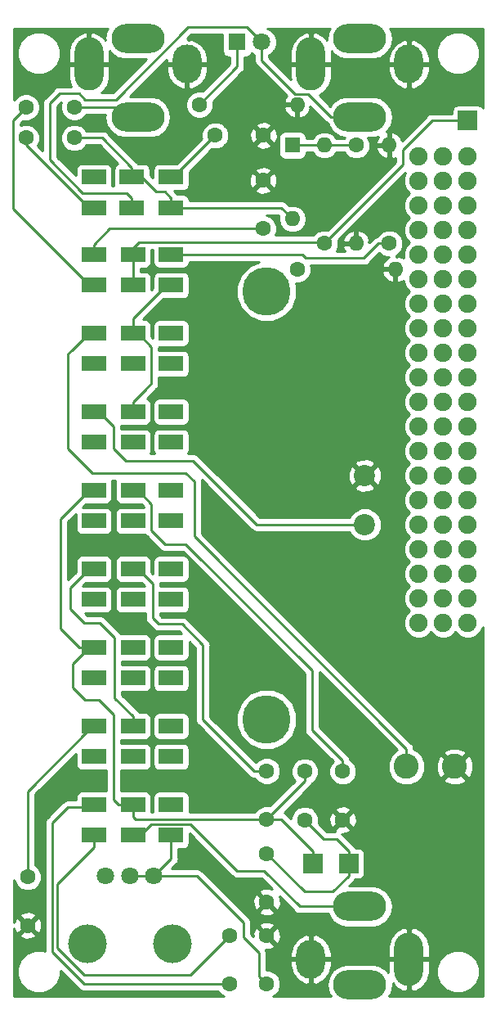
<source format=gtl>
G04 #@! TF.GenerationSoftware,KiCad,Pcbnew,(5.0.0-3-g5ebb6b6)*
G04 #@! TF.CreationDate,2019-04-25T18:54:20+02:00*
G04 #@! TF.ProjectId,minidrum-77,6D696E696472756D2D37372E6B696361,rev?*
G04 #@! TF.SameCoordinates,Original*
G04 #@! TF.FileFunction,Copper,L1,Top,Signal*
G04 #@! TF.FilePolarity,Positive*
%FSLAX46Y46*%
G04 Gerber Fmt 4.6, Leading zero omitted, Abs format (unit mm)*
G04 Created by KiCad (PCBNEW (5.0.0-3-g5ebb6b6)) date Thursday 25 April 2019 18:54:20*
%MOMM*%
%LPD*%
G01*
G04 APERTURE LIST*
G04 #@! TA.AperFunction,ComponentPad*
%ADD10R,2.500000X1.524000*%
G04 #@! TD*
G04 #@! TA.AperFunction,ComponentPad*
%ADD11C,5.000000*%
G04 #@! TD*
G04 #@! TA.AperFunction,ComponentPad*
%ADD12C,2.200000*%
G04 #@! TD*
G04 #@! TA.AperFunction,ComponentPad*
%ADD13C,1.600000*%
G04 #@! TD*
G04 #@! TA.AperFunction,ComponentPad*
%ADD14O,1.600000X1.600000*%
G04 #@! TD*
G04 #@! TA.AperFunction,ComponentPad*
%ADD15R,1.800000X1.800000*%
G04 #@! TD*
G04 #@! TA.AperFunction,ComponentPad*
%ADD16C,1.800000*%
G04 #@! TD*
G04 #@! TA.AperFunction,ComponentPad*
%ADD17C,1.900000*%
G04 #@! TD*
G04 #@! TA.AperFunction,ComponentPad*
%ADD18R,1.600000X1.600000*%
G04 #@! TD*
G04 #@! TA.AperFunction,ComponentPad*
%ADD19O,3.000000X5.500000*%
G04 #@! TD*
G04 #@! TA.AperFunction,ComponentPad*
%ADD20O,3.000000X4.000000*%
G04 #@! TD*
G04 #@! TA.AperFunction,ComponentPad*
%ADD21O,5.500000X3.000000*%
G04 #@! TD*
G04 #@! TA.AperFunction,ComponentPad*
%ADD22C,2.600000*%
G04 #@! TD*
G04 #@! TA.AperFunction,ComponentPad*
%ADD23R,2.000000X2.000000*%
G04 #@! TD*
G04 #@! TA.AperFunction,WasherPad*
%ADD24C,4.000000*%
G04 #@! TD*
G04 #@! TA.AperFunction,Conductor*
%ADD25C,0.250000*%
G04 #@! TD*
G04 #@! TA.AperFunction,Conductor*
%ADD26C,0.254000*%
G04 #@! TD*
G04 APERTURE END LIST*
D10*
G04 #@! TO.P,SW3,*
G04 #@! TO.N,*
X135001000Y-129159000D03*
X130937000Y-129159000D03*
X138938000Y-129159000D03*
G04 #@! TO.P,SW3,1*
G04 #@! TO.N,Net-(C6-Pad1)*
X130937000Y-125984000D03*
G04 #@! TO.P,SW3,*
G04 #@! TO.N,*
X138938000Y-125984000D03*
G04 #@! TO.P,SW3,2*
G04 #@! TO.N,Net-(C4-Pad1)*
X135001000Y-125984000D03*
G04 #@! TD*
G04 #@! TO.P,SW7,*
G04 #@! TO.N,*
X135001000Y-104775000D03*
X130937000Y-104775000D03*
X138938000Y-104775000D03*
G04 #@! TO.P,SW7,1*
G04 #@! TO.N,Net-(C11-Pad1)*
X130937000Y-101600000D03*
G04 #@! TO.P,SW7,*
G04 #@! TO.N,*
X138938000Y-101600000D03*
G04 #@! TO.P,SW7,2*
G04 #@! TO.N,Net-(C8-Pad1)*
X135001000Y-101600000D03*
G04 #@! TD*
D11*
G04 #@! TO.P,L1,*
G04 #@! TO.N,*
X148844000Y-81026000D03*
X148844000Y-125298200D03*
D12*
G04 #@! TO.P,L1,1*
G04 #@! TO.N,Net-(L1-Pad1)*
X159004000Y-105156000D03*
G04 #@! TO.P,L1,2*
G04 #@! TO.N,GND*
X159004000Y-100076000D03*
G04 #@! TD*
D13*
G04 #@! TO.P,R6,1*
G04 #@! TO.N,Net-(D2-Pad1)*
X141859000Y-61722000D03*
D14*
G04 #@! TO.P,R6,2*
G04 #@! TO.N,GND*
X152019000Y-61722000D03*
G04 #@! TD*
D15*
G04 #@! TO.P,D2,1*
G04 #@! TO.N,Net-(D2-Pad1)*
X145796000Y-55245000D03*
D16*
G04 #@! TO.P,D2,2*
G04 #@! TO.N,Net-(D2-Pad2)*
X148336000Y-55245000D03*
G04 #@! TD*
D17*
G04 #@! TO.P,REF\002A\002A,1*
G04 #@! TO.N,N/C*
X169672000Y-115316000D03*
X169672000Y-112776000D03*
X169672000Y-110236000D03*
X169672000Y-107696000D03*
X169672000Y-105156000D03*
X169672000Y-102616000D03*
X169672000Y-100076000D03*
X169672000Y-97536000D03*
X169672000Y-94996000D03*
X169672000Y-92456000D03*
X167132000Y-92456000D03*
X167132000Y-94996000D03*
X167132000Y-97536000D03*
X167132000Y-100076000D03*
X167132000Y-102616000D03*
X167132000Y-105156000D03*
X167132000Y-107696000D03*
X167132000Y-110236000D03*
X167132000Y-112776000D03*
X167132000Y-115316000D03*
X164592000Y-115316000D03*
X164592000Y-112776000D03*
X164592000Y-110236000D03*
X164592000Y-107696000D03*
X164592000Y-105156000D03*
X164592000Y-102616000D03*
X164592000Y-100076000D03*
X164592000Y-97536000D03*
X164592000Y-94996000D03*
X164592000Y-92456000D03*
G04 #@! TD*
D13*
G04 #@! TO.P,C3,2*
G04 #@! TO.N,GND*
X148463000Y-69549000D03*
G04 #@! TO.P,C3,1*
G04 #@! TO.N,Net-(C3-Pad1)*
X148463000Y-74549000D03*
G04 #@! TD*
G04 #@! TO.P,C1,2*
G04 #@! TO.N,Net-(C1-Pad2)*
X123905000Y-65151000D03*
G04 #@! TO.P,C1,1*
G04 #@! TO.N,Net-(C1-Pad1)*
X128905000Y-65151000D03*
G04 #@! TD*
G04 #@! TO.P,C2,1*
G04 #@! TO.N,Net-(C2-Pad1)*
X143510000Y-64897000D03*
G04 #@! TO.P,C2,2*
G04 #@! TO.N,GND*
X148510000Y-64897000D03*
G04 #@! TD*
G04 #@! TO.P,C4,1*
G04 #@! TO.N,Net-(C4-Pad1)*
X128905000Y-61976000D03*
G04 #@! TO.P,C4,2*
G04 #@! TO.N,Net-(C4-Pad2)*
X123905000Y-61976000D03*
G04 #@! TD*
G04 #@! TO.P,C5,2*
G04 #@! TO.N,GND*
X148844000Y-144192000D03*
G04 #@! TO.P,C5,1*
G04 #@! TO.N,Net-(C4-Pad1)*
X148844000Y-139192000D03*
G04 #@! TD*
G04 #@! TO.P,C6,1*
G04 #@! TO.N,Net-(C6-Pad1)*
X124079000Y-141605000D03*
G04 #@! TO.P,C6,2*
G04 #@! TO.N,GND*
X124079000Y-146605000D03*
G04 #@! TD*
G04 #@! TO.P,C7,2*
G04 #@! TO.N,Net-(C4-Pad1)*
X152781000Y-135683000D03*
G04 #@! TO.P,C7,1*
G04 #@! TO.N,Net-(C11-Pad1)*
X152781000Y-130683000D03*
G04 #@! TD*
G04 #@! TO.P,C8,2*
G04 #@! TO.N,GND*
X156718000Y-135683000D03*
G04 #@! TO.P,C8,1*
G04 #@! TO.N,Net-(C8-Pad1)*
X156718000Y-130683000D03*
G04 #@! TD*
G04 #@! TO.P,C9,1*
G04 #@! TO.N,Net-(C9-Pad1)*
X145034000Y-152654000D03*
G04 #@! TO.P,C9,2*
G04 #@! TO.N,Net-(C9-Pad2)*
X145034000Y-147654000D03*
G04 #@! TD*
G04 #@! TO.P,C10,1*
G04 #@! TO.N,Net-(C10-Pad1)*
X148844000Y-152654000D03*
G04 #@! TO.P,C10,2*
G04 #@! TO.N,GND*
X148844000Y-147654000D03*
G04 #@! TD*
D18*
G04 #@! TO.P,D1,1*
G04 #@! TO.N,Net-(D1-Pad1)*
X151511000Y-65913000D03*
D14*
G04 #@! TO.P,D1,2*
G04 #@! TO.N,Net-(C1-Pad1)*
X151511000Y-73533000D03*
G04 #@! TD*
D19*
G04 #@! TO.P,J1,1*
G04 #@! TO.N,GND*
X153416000Y-57531000D03*
D20*
X163576000Y-57531000D03*
D21*
G04 #@! TO.P,J1,2*
G04 #@! TO.N,N/C*
X158496000Y-54864000D03*
G04 #@! TO.P,J1,3*
G04 #@! TO.N,Net-(D2-Pad2)*
X158496000Y-62992000D03*
G04 #@! TD*
G04 #@! TO.P,J2,3*
G04 #@! TO.N,Net-(J2-Pad3)*
X158496000Y-144653000D03*
G04 #@! TO.P,J2,2*
G04 #@! TO.N,N/C*
X158496000Y-152781000D03*
D20*
G04 #@! TO.P,J2,1*
G04 #@! TO.N,GND*
X153416000Y-150114000D03*
D19*
X163576000Y-150114000D03*
G04 #@! TD*
D13*
G04 #@! TO.P,R1,1*
G04 #@! TO.N,Net-(R1-Pad1)*
X152019000Y-78740000D03*
D14*
G04 #@! TO.P,R1,2*
G04 #@! TO.N,GND*
X162179000Y-78740000D03*
G04 #@! TD*
G04 #@! TO.P,R2,2*
G04 #@! TO.N,GND*
X158115000Y-76073000D03*
D13*
G04 #@! TO.P,R2,1*
G04 #@! TO.N,Net-(D1-Pad1)*
X158115000Y-65913000D03*
G04 #@! TD*
G04 #@! TO.P,R3,1*
G04 #@! TO.N,Net-(R3-Pad1)*
X154813000Y-76073000D03*
D14*
G04 #@! TO.P,R3,2*
G04 #@! TO.N,Net-(D1-Pad1)*
X154813000Y-65913000D03*
G04 #@! TD*
G04 #@! TO.P,R4,2*
G04 #@! TO.N,GND*
X161544000Y-65913000D03*
D13*
G04 #@! TO.P,R4,1*
G04 #@! TO.N,Net-(R4-Pad1)*
X161544000Y-76073000D03*
G04 #@! TD*
D22*
G04 #@! TO.P,L2,1*
G04 #@! TO.N,Net-(L2-Pad1)*
X163322000Y-130175000D03*
G04 #@! TO.P,L2,2*
G04 #@! TO.N,GND*
X168322000Y-130175000D03*
G04 #@! TD*
D13*
G04 #@! TO.P,C11,1*
G04 #@! TO.N,Net-(C11-Pad1)*
X148844000Y-135636000D03*
G04 #@! TO.P,C11,2*
G04 #@! TO.N,Net-(C11-Pad2)*
X148844000Y-130636000D03*
G04 #@! TD*
D19*
G04 #@! TO.P,J3,1*
G04 #@! TO.N,GND*
X130429000Y-57531000D03*
D20*
X140589000Y-57531000D03*
D21*
G04 #@! TO.P,J3,2*
G04 #@! TO.N,Net-(J3-Pad2)*
X135509000Y-54864000D03*
G04 #@! TO.P,J3,3*
G04 #@! TO.N,Net-(C4-Pad1)*
X135509000Y-62992000D03*
G04 #@! TD*
D10*
G04 #@! TO.P,SW2,5*
G04 #@! TO.N,Net-(R3-Pad1)*
X135001000Y-80391000D03*
G04 #@! TO.P,SW2,4*
G04 #@! TO.N,Net-(C4-Pad2)*
X130937000Y-80391000D03*
G04 #@! TO.P,SW2,6*
G04 #@! TO.N,Net-(C4-Pad1)*
X138938000Y-80391000D03*
G04 #@! TO.P,SW2,1*
G04 #@! TO.N,Net-(C3-Pad1)*
X130937000Y-77216000D03*
G04 #@! TO.P,SW2,3*
G04 #@! TO.N,Net-(R4-Pad1)*
X138938000Y-77216000D03*
G04 #@! TO.P,SW2,2*
G04 #@! TO.N,Net-(R3-Pad1)*
X135001000Y-77216000D03*
G04 #@! TD*
G04 #@! TO.P,SW4,2*
G04 #@! TO.N,Net-(C4-Pad1)*
X135001000Y-93472000D03*
G04 #@! TO.P,SW4,*
G04 #@! TO.N,*
X138938000Y-93472000D03*
G04 #@! TO.P,SW4,1*
G04 #@! TO.N,Net-(L1-Pad1)*
X130937000Y-93472000D03*
G04 #@! TO.P,SW4,*
G04 #@! TO.N,*
X138938000Y-96647000D03*
X130937000Y-96647000D03*
X135001000Y-96647000D03*
G04 #@! TD*
G04 #@! TO.P,SW5,*
G04 #@! TO.N,*
X135001000Y-88519000D03*
X130937000Y-88519000D03*
X138938000Y-88519000D03*
G04 #@! TO.P,SW5,1*
G04 #@! TO.N,Net-(L2-Pad1)*
X130937000Y-85344000D03*
G04 #@! TO.P,SW5,*
G04 #@! TO.N,*
X138938000Y-85344000D03*
G04 #@! TO.P,SW5,2*
G04 #@! TO.N,Net-(C4-Pad1)*
X135001000Y-85344000D03*
G04 #@! TD*
G04 #@! TO.P,SW6,2*
G04 #@! TO.N,Net-(C11-Pad2)*
X135001000Y-109728000D03*
G04 #@! TO.P,SW6,*
G04 #@! TO.N,*
X138938000Y-109728000D03*
G04 #@! TO.P,SW6,1*
G04 #@! TO.N,Net-(C4-Pad1)*
X130937000Y-109728000D03*
G04 #@! TO.P,SW6,*
G04 #@! TO.N,*
X138938000Y-112903000D03*
X130937000Y-112903000D03*
X135001000Y-112903000D03*
G04 #@! TD*
G04 #@! TO.P,SW8,2*
G04 #@! TO.N,Net-(J2-Pad3)*
X135001000Y-117856000D03*
G04 #@! TO.P,SW8,*
G04 #@! TO.N,*
X138938000Y-117856000D03*
G04 #@! TO.P,SW8,1*
G04 #@! TO.N,Net-(C11-Pad1)*
X130937000Y-117856000D03*
G04 #@! TO.P,SW8,*
G04 #@! TO.N,*
X138938000Y-121031000D03*
X130937000Y-121031000D03*
X135001000Y-121031000D03*
G04 #@! TD*
D23*
G04 #@! TO.P,TP1,1*
G04 #@! TO.N,Net-(R3-Pad1)*
X169672000Y-63373000D03*
G04 #@! TD*
G04 #@! TO.P,TP2,1*
G04 #@! TO.N,Net-(C4-Pad1)*
X157353000Y-140208000D03*
G04 #@! TD*
G04 #@! TO.P,TP3,1*
G04 #@! TO.N,Net-(C11-Pad1)*
X153670000Y-140208000D03*
G04 #@! TD*
D16*
G04 #@! TO.P,R5,3*
G04 #@! TO.N,Net-(R5-Pad3)*
X132160000Y-141478000D03*
G04 #@! TO.P,R5,2*
G04 #@! TO.N,Net-(C10-Pad1)*
X134660000Y-141478000D03*
G04 #@! TO.P,R5,1*
X137160000Y-141478000D03*
D24*
G04 #@! TO.P,R5,*
G04 #@! TO.N,*
X130260000Y-148478000D03*
X139060000Y-148478000D03*
G04 #@! TD*
D10*
G04 #@! TO.P,SW1,5*
G04 #@! TO.N,Net-(C1-Pad1)*
X134874000Y-69215000D03*
G04 #@! TO.P,SW1,4*
G04 #@! TO.N,Net-(C2-Pad1)*
X138938000Y-69215000D03*
G04 #@! TO.P,SW1,6*
G04 #@! TO.N,Net-(R1-Pad1)*
X130937000Y-69215000D03*
G04 #@! TO.P,SW1,1*
G04 #@! TO.N,Net-(C1-Pad1)*
X138938000Y-72390000D03*
G04 #@! TO.P,SW1,3*
G04 #@! TO.N,Net-(C1-Pad2)*
X130937000Y-72390000D03*
G04 #@! TO.P,SW1,2*
G04 #@! TO.N,Net-(D2-Pad2)*
X134874000Y-72390000D03*
G04 #@! TD*
G04 #@! TO.P,SW9,2*
G04 #@! TO.N,Net-(C11-Pad1)*
X135001000Y-134112000D03*
G04 #@! TO.P,SW9,3*
G04 #@! TO.N,Net-(R5-Pad3)*
X138938000Y-134112000D03*
G04 #@! TO.P,SW9,1*
G04 #@! TO.N,Net-(C9-Pad1)*
X130937000Y-134112000D03*
G04 #@! TO.P,SW9,6*
G04 #@! TO.N,Net-(C10-Pad1)*
X138938000Y-137287000D03*
G04 #@! TO.P,SW9,4*
G04 #@! TO.N,Net-(C9-Pad2)*
X130937000Y-137287000D03*
G04 #@! TO.P,SW9,5*
G04 #@! TO.N,Net-(J2-Pad3)*
X135001000Y-137287000D03*
G04 #@! TD*
D17*
G04 #@! TO.P,REF\002A\002A,1*
G04 #@! TO.N,N/C*
X164592000Y-67056000D03*
X164592000Y-69596000D03*
X164592000Y-72136000D03*
X164592000Y-74676000D03*
X164592000Y-77216000D03*
X164592000Y-79756000D03*
X164592000Y-82296000D03*
X164592000Y-84836000D03*
X164592000Y-87376000D03*
X164592000Y-89916000D03*
X167132000Y-89916000D03*
X167132000Y-87376000D03*
X167132000Y-84836000D03*
X167132000Y-82296000D03*
X167132000Y-79756000D03*
X167132000Y-77216000D03*
X167132000Y-74676000D03*
X167132000Y-72136000D03*
X167132000Y-69596000D03*
X167132000Y-67056000D03*
X169672000Y-67056000D03*
X169672000Y-69596000D03*
X169672000Y-72136000D03*
X169672000Y-74676000D03*
X169672000Y-77216000D03*
X169672000Y-79756000D03*
X169672000Y-82296000D03*
X169672000Y-84836000D03*
X169672000Y-87376000D03*
X169672000Y-89916000D03*
G04 #@! TD*
D25*
G04 #@! TO.N,Net-(C1-Pad1)*
X150368000Y-72390000D02*
X138938000Y-72390000D01*
X151511000Y-73533000D02*
X150368000Y-72390000D01*
X134874000Y-68203000D02*
X134874000Y-69215000D01*
X131822000Y-65151000D02*
X134874000Y-68203000D01*
X128905000Y-65151000D02*
X131822000Y-65151000D01*
X135890000Y-69215000D02*
X134874000Y-69215000D01*
X137414000Y-70739000D02*
X135890000Y-69215000D01*
X138299000Y-70739000D02*
X137414000Y-70739000D01*
X138938000Y-71378000D02*
X138299000Y-70739000D01*
X138938000Y-72390000D02*
X138938000Y-71378000D01*
G04 #@! TO.N,Net-(C3-Pad1)*
X130937000Y-76204000D02*
X130937000Y-77216000D01*
X132592000Y-74549000D02*
X130937000Y-76204000D01*
X148463000Y-74549000D02*
X132592000Y-74549000D01*
G04 #@! TO.N,Net-(C10-Pad1)*
X148044001Y-149441001D02*
X146431000Y-147828000D01*
X146431000Y-146304000D02*
X141605000Y-141478000D01*
X141605000Y-141478000D02*
X137160000Y-141478000D01*
X146431000Y-147828000D02*
X146431000Y-146304000D01*
X148044001Y-151854001D02*
X148044001Y-149441001D01*
X148844000Y-152654000D02*
X148044001Y-151854001D01*
X135887208Y-141478000D02*
X134660000Y-141478000D01*
X137160000Y-141478000D02*
X135887208Y-141478000D01*
X138938000Y-139700000D02*
X138938000Y-137541000D01*
X137160000Y-141478000D02*
X138938000Y-139700000D01*
G04 #@! TO.N,Net-(D1-Pad1)*
X158115000Y-65913000D02*
X154813000Y-65913000D01*
X154813000Y-65913000D02*
X151511000Y-65913000D01*
G04 #@! TO.N,Net-(C1-Pad2)*
X123905000Y-65846000D02*
X123905000Y-65151000D01*
X130449000Y-72390000D02*
X123905000Y-65846000D01*
X130937000Y-72390000D02*
X130449000Y-72390000D01*
G04 #@! TO.N,Net-(C2-Pad1)*
X139192000Y-69215000D02*
X138938000Y-69215000D01*
X143510000Y-64897000D02*
X139192000Y-69215000D01*
G04 #@! TO.N,Net-(C11-Pad1)*
X135001000Y-135378000D02*
X135001000Y-134366000D01*
X135259000Y-135636000D02*
X135001000Y-135378000D01*
X148844000Y-135636000D02*
X135259000Y-135636000D01*
X149975370Y-135636000D02*
X148844000Y-135636000D01*
X150348000Y-135636000D02*
X149975370Y-135636000D01*
X153670000Y-138958000D02*
X150348000Y-135636000D01*
X153670000Y-140208000D02*
X153670000Y-138958000D01*
X152273000Y-132207000D02*
X148844000Y-135636000D01*
X152781000Y-131699000D02*
X152273000Y-132207000D01*
X152781000Y-130683000D02*
X152781000Y-131699000D01*
X133501000Y-134112000D02*
X132969000Y-133580000D01*
X130449000Y-117856000D02*
X130937000Y-117856000D01*
X132969000Y-133580000D02*
X132969000Y-124841000D01*
X135001000Y-134112000D02*
X133501000Y-134112000D01*
X131445000Y-123317000D02*
X130048000Y-123317000D01*
X128778000Y-119527000D02*
X130449000Y-117856000D01*
X128778000Y-122047000D02*
X128778000Y-119527000D01*
X132969000Y-124841000D02*
X131445000Y-123317000D01*
X130048000Y-123317000D02*
X128778000Y-122047000D01*
X129437000Y-117856000D02*
X127508000Y-115927000D01*
X130937000Y-117856000D02*
X129437000Y-117856000D01*
X130449000Y-101600000D02*
X130937000Y-101600000D01*
X127508000Y-104541000D02*
X130449000Y-101600000D01*
X127508000Y-115927000D02*
X127508000Y-104541000D01*
G04 #@! TO.N,Net-(C4-Pad2)*
X130449000Y-80391000D02*
X122555000Y-72497000D01*
X130937000Y-80391000D02*
X130449000Y-80391000D01*
X122555000Y-63326000D02*
X123905000Y-61976000D01*
X122555000Y-72497000D02*
X122555000Y-63326000D01*
G04 #@! TO.N,Net-(C6-Pad1)*
X130449000Y-126365000D02*
X130937000Y-126365000D01*
X124079000Y-132735000D02*
X130449000Y-126365000D01*
X124079000Y-141605000D02*
X124079000Y-132735000D01*
G04 #@! TO.N,Net-(C8-Pad1)*
X156718000Y-129551630D02*
X153543000Y-126376630D01*
X156718000Y-130683000D02*
X156718000Y-129551630D01*
X153543000Y-126376630D02*
X153543000Y-120269000D01*
X153543000Y-120269000D02*
X140462000Y-107188000D01*
X140462000Y-107188000D02*
X138303000Y-107188000D01*
X138303000Y-107188000D02*
X136906000Y-105791000D01*
X135489000Y-101600000D02*
X135001000Y-101600000D01*
X136906000Y-103017000D02*
X135489000Y-101600000D01*
X136906000Y-105791000D02*
X136906000Y-103017000D01*
G04 #@! TO.N,Net-(C9-Pad1)*
X145034000Y-152654000D02*
X129921000Y-152654000D01*
X129921000Y-152654000D02*
X126619000Y-149352000D01*
X126619000Y-149352000D02*
X126619000Y-136017000D01*
X128270000Y-134366000D02*
X130937000Y-134366000D01*
X126619000Y-136017000D02*
X128270000Y-134366000D01*
G04 #@! TO.N,Net-(C9-Pad2)*
X145034000Y-147654000D02*
X140923000Y-151765000D01*
X140923000Y-151765000D02*
X129921000Y-151765000D01*
X129921000Y-151765000D02*
X127127000Y-148971000D01*
X130937000Y-138553000D02*
X130937000Y-137541000D01*
X127127000Y-142363000D02*
X130937000Y-138553000D01*
X127127000Y-148971000D02*
X127127000Y-142363000D01*
G04 #@! TO.N,Net-(D2-Pad1)*
X145796000Y-57785000D02*
X141859000Y-61722000D01*
X145796000Y-55245000D02*
X145796000Y-57785000D01*
G04 #@! TO.N,Net-(J2-Pad3)*
X158496000Y-144653000D02*
X152273000Y-144653000D01*
X152273000Y-144653000D02*
X148590000Y-140970000D01*
X148590000Y-140970000D02*
X145796000Y-140970000D01*
X145796000Y-140970000D02*
X140970000Y-136144000D01*
X135489000Y-137541000D02*
X135001000Y-137541000D01*
X136886000Y-136144000D02*
X135489000Y-137541000D01*
X140970000Y-136144000D02*
X136886000Y-136144000D01*
G04 #@! TO.N,Net-(L1-Pad1)*
X159004000Y-105156000D02*
X147828000Y-105156000D01*
X147828000Y-105156000D02*
X141224000Y-98552000D01*
X141224000Y-98552000D02*
X134239000Y-98552000D01*
X134239000Y-98552000D02*
X132969000Y-97282000D01*
X131425000Y-93472000D02*
X130937000Y-93472000D01*
X132969000Y-95016000D02*
X131425000Y-93472000D01*
X132969000Y-97282000D02*
X132969000Y-95016000D01*
G04 #@! TO.N,Net-(L2-Pad1)*
X130449000Y-85344000D02*
X130937000Y-85344000D01*
X128651000Y-87122000D02*
X128671000Y-87122000D01*
X128270000Y-87503000D02*
X128651000Y-87122000D01*
X130810000Y-99822000D02*
X128270000Y-97282000D01*
X128270000Y-97282000D02*
X128270000Y-87503000D01*
X141351000Y-106365523D02*
X141351000Y-100711000D01*
X163322000Y-128336523D02*
X141351000Y-106365523D01*
X140462000Y-99822000D02*
X130810000Y-99822000D01*
X141351000Y-100711000D02*
X140462000Y-99822000D01*
X128671000Y-87122000D02*
X130449000Y-85344000D01*
X163322000Y-130175000D02*
X163322000Y-128336523D01*
G04 #@! TO.N,Net-(R3-Pad1)*
X135001000Y-79379000D02*
X135001000Y-77216000D01*
X135001000Y-80391000D02*
X135001000Y-79379000D01*
X135001000Y-76581000D02*
X135001000Y-77216000D01*
X154686000Y-75946000D02*
X135636000Y-75946000D01*
X135636000Y-75946000D02*
X135001000Y-76581000D01*
X154813000Y-76073000D02*
X154686000Y-75946000D01*
X154813000Y-76073000D02*
X162941000Y-67945000D01*
X162941000Y-67945000D02*
X162941000Y-66421000D01*
X165989000Y-63373000D02*
X169672000Y-63373000D01*
X162941000Y-66421000D02*
X165989000Y-63373000D01*
G04 #@! TO.N,Net-(R4-Pad1)*
X160412630Y-76073000D02*
X158888630Y-77597000D01*
X161544000Y-76073000D02*
X160412630Y-76073000D01*
X158888630Y-77597000D02*
X152908000Y-77597000D01*
X152527000Y-77216000D02*
X138938000Y-77216000D01*
X152908000Y-77597000D02*
X152527000Y-77216000D01*
G04 #@! TO.N,Net-(C4-Pad1)*
X148844000Y-139192000D02*
X152781000Y-143129000D01*
X155682000Y-143129000D02*
X157353000Y-141458000D01*
X157353000Y-141458000D02*
X157353000Y-140208000D01*
X152781000Y-143129000D02*
X155682000Y-143129000D01*
X157353000Y-138958000D02*
X156063000Y-137668000D01*
X157353000Y-140208000D02*
X157353000Y-138958000D01*
X154766000Y-137668000D02*
X152781000Y-135683000D01*
X156063000Y-137668000D02*
X154766000Y-137668000D01*
X128524000Y-111653000D02*
X130449000Y-109728000D01*
X129921000Y-115316000D02*
X128524000Y-113919000D01*
X131572000Y-115316000D02*
X129921000Y-115316000D01*
X133096000Y-116840000D02*
X131572000Y-115316000D01*
X128524000Y-113919000D02*
X128524000Y-111653000D01*
X133096000Y-123067000D02*
X133096000Y-116840000D01*
X135001000Y-124972000D02*
X133096000Y-123067000D01*
X130449000Y-109728000D02*
X130937000Y-109728000D01*
X135001000Y-125984000D02*
X135001000Y-124972000D01*
X135001000Y-92460000D02*
X136275000Y-91186000D01*
X135001000Y-93472000D02*
X135001000Y-92460000D01*
X136275000Y-91186000D02*
X136275000Y-91182000D01*
X136275000Y-91182000D02*
X136906000Y-90551000D01*
X135489000Y-85344000D02*
X135001000Y-85344000D01*
X136906000Y-86761000D02*
X135489000Y-85344000D01*
X136906000Y-90551000D02*
X136906000Y-86761000D01*
X138450000Y-80391000D02*
X138938000Y-80391000D01*
X135001000Y-83840000D02*
X138450000Y-80391000D01*
X135001000Y-85344000D02*
X135001000Y-83840000D01*
X134493000Y-61976000D02*
X135509000Y-62992000D01*
X128905000Y-61976000D02*
X134493000Y-61976000D01*
G04 #@! TO.N,Net-(C11-Pad2)*
X148844000Y-130636000D02*
X147527000Y-130636000D01*
X147527000Y-130636000D02*
X142240000Y-125349000D01*
X142240000Y-125349000D02*
X142240000Y-117602000D01*
X142240000Y-117602000D02*
X140081000Y-115443000D01*
X140081000Y-115443000D02*
X137668000Y-115443000D01*
X137668000Y-115443000D02*
X137033000Y-114808000D01*
X135489000Y-109728000D02*
X135001000Y-109728000D01*
X137033000Y-111272000D02*
X135489000Y-109728000D01*
X137033000Y-114808000D02*
X137033000Y-111272000D01*
G04 #@! TO.N,Net-(D2-Pad2)*
X148336000Y-57150000D02*
X148336000Y-55245000D01*
X151782999Y-60596999D02*
X148336000Y-57150000D01*
X153100999Y-60596999D02*
X151782999Y-60596999D01*
X155496000Y-62992000D02*
X153100999Y-60596999D01*
X158496000Y-62992000D02*
X155496000Y-62992000D01*
X140716000Y-53721000D02*
X146812000Y-53721000D01*
X130048000Y-61214000D02*
X133223000Y-61214000D01*
X126365000Y-61595000D02*
X127381000Y-60579000D01*
X129794000Y-70866000D02*
X126365000Y-67437000D01*
X133223000Y-61214000D02*
X140716000Y-53721000D01*
X126365000Y-67437000D02*
X126365000Y-61595000D01*
X127381000Y-60579000D02*
X129413000Y-60579000D01*
X134874000Y-71378000D02*
X134362000Y-70866000D01*
X129413000Y-60579000D02*
X130048000Y-61214000D01*
X134362000Y-70866000D02*
X129794000Y-70866000D01*
X146812000Y-53721000D02*
X148336000Y-55245000D01*
X134874000Y-72390000D02*
X134874000Y-71378000D01*
G04 #@! TD*
D26*
G04 #@! TO.N,GND*
G36*
X129039560Y-129921000D02*
X129088843Y-130168765D01*
X129229191Y-130378809D01*
X129439235Y-130519157D01*
X129687000Y-130568440D01*
X132187000Y-130568440D01*
X132209000Y-130564064D01*
X132209000Y-132706936D01*
X132187000Y-132702560D01*
X129687000Y-132702560D01*
X129439235Y-132751843D01*
X129229191Y-132892191D01*
X129088843Y-133102235D01*
X129039560Y-133350000D01*
X129039560Y-133606000D01*
X128344848Y-133606000D01*
X128270000Y-133591112D01*
X128195152Y-133606000D01*
X128195148Y-133606000D01*
X127973463Y-133650096D01*
X127722071Y-133818071D01*
X127679671Y-133881527D01*
X126134528Y-135426671D01*
X126071072Y-135469071D01*
X126028672Y-135532527D01*
X126028671Y-135532528D01*
X125903097Y-135720463D01*
X125844112Y-136017000D01*
X125859001Y-136091852D01*
X125859000Y-149228708D01*
X125666569Y-149149000D01*
X124777431Y-149149000D01*
X123955974Y-149489259D01*
X123327259Y-150117974D01*
X122987000Y-150939431D01*
X122987000Y-151828569D01*
X123327259Y-152650026D01*
X123955974Y-153278741D01*
X124777431Y-153619000D01*
X125666569Y-153619000D01*
X126488026Y-153278741D01*
X127116741Y-152650026D01*
X127457000Y-151828569D01*
X127457000Y-151264801D01*
X129330671Y-153138473D01*
X129373071Y-153201929D01*
X129624463Y-153369904D01*
X129846148Y-153414000D01*
X129846152Y-153414000D01*
X129920999Y-153428888D01*
X129995846Y-153414000D01*
X143795570Y-153414000D01*
X143817466Y-153466862D01*
X144221138Y-153870534D01*
X144415400Y-153951000D01*
X122655000Y-153951000D01*
X122655000Y-147612745D01*
X123250861Y-147612745D01*
X123324995Y-147858864D01*
X123862223Y-148051965D01*
X124432454Y-148024778D01*
X124833005Y-147858864D01*
X124907139Y-147612745D01*
X124079000Y-146784605D01*
X123250861Y-147612745D01*
X122655000Y-147612745D01*
X122655000Y-146869900D01*
X122659222Y-146958454D01*
X122825136Y-147359005D01*
X123071255Y-147433139D01*
X123899395Y-146605000D01*
X124258605Y-146605000D01*
X125086745Y-147433139D01*
X125332864Y-147359005D01*
X125525965Y-146821777D01*
X125498778Y-146251546D01*
X125332864Y-145850995D01*
X125086745Y-145776861D01*
X124258605Y-146605000D01*
X123899395Y-146605000D01*
X123071255Y-145776861D01*
X122825136Y-145850995D01*
X122655000Y-146324332D01*
X122655000Y-145597255D01*
X123250861Y-145597255D01*
X124079000Y-146425395D01*
X124907139Y-145597255D01*
X124833005Y-145351136D01*
X124295777Y-145158035D01*
X123725546Y-145185222D01*
X123324995Y-145351136D01*
X123250861Y-145597255D01*
X122655000Y-145597255D01*
X122655000Y-141916995D01*
X122862466Y-142417862D01*
X123266138Y-142821534D01*
X123793561Y-143040000D01*
X124364439Y-143040000D01*
X124891862Y-142821534D01*
X125295534Y-142417862D01*
X125514000Y-141890439D01*
X125514000Y-141319561D01*
X125295534Y-140792138D01*
X124891862Y-140388466D01*
X124839000Y-140366570D01*
X124839000Y-133049801D01*
X129039560Y-128849242D01*
X129039560Y-129921000D01*
X129039560Y-129921000D01*
G37*
X129039560Y-129921000D02*
X129088843Y-130168765D01*
X129229191Y-130378809D01*
X129439235Y-130519157D01*
X129687000Y-130568440D01*
X132187000Y-130568440D01*
X132209000Y-130564064D01*
X132209000Y-132706936D01*
X132187000Y-132702560D01*
X129687000Y-132702560D01*
X129439235Y-132751843D01*
X129229191Y-132892191D01*
X129088843Y-133102235D01*
X129039560Y-133350000D01*
X129039560Y-133606000D01*
X128344848Y-133606000D01*
X128270000Y-133591112D01*
X128195152Y-133606000D01*
X128195148Y-133606000D01*
X127973463Y-133650096D01*
X127722071Y-133818071D01*
X127679671Y-133881527D01*
X126134528Y-135426671D01*
X126071072Y-135469071D01*
X126028672Y-135532527D01*
X126028671Y-135532528D01*
X125903097Y-135720463D01*
X125844112Y-136017000D01*
X125859001Y-136091852D01*
X125859000Y-149228708D01*
X125666569Y-149149000D01*
X124777431Y-149149000D01*
X123955974Y-149489259D01*
X123327259Y-150117974D01*
X122987000Y-150939431D01*
X122987000Y-151828569D01*
X123327259Y-152650026D01*
X123955974Y-153278741D01*
X124777431Y-153619000D01*
X125666569Y-153619000D01*
X126488026Y-153278741D01*
X127116741Y-152650026D01*
X127457000Y-151828569D01*
X127457000Y-151264801D01*
X129330671Y-153138473D01*
X129373071Y-153201929D01*
X129624463Y-153369904D01*
X129846148Y-153414000D01*
X129846152Y-153414000D01*
X129920999Y-153428888D01*
X129995846Y-153414000D01*
X143795570Y-153414000D01*
X143817466Y-153466862D01*
X144221138Y-153870534D01*
X144415400Y-153951000D01*
X122655000Y-153951000D01*
X122655000Y-147612745D01*
X123250861Y-147612745D01*
X123324995Y-147858864D01*
X123862223Y-148051965D01*
X124432454Y-148024778D01*
X124833005Y-147858864D01*
X124907139Y-147612745D01*
X124079000Y-146784605D01*
X123250861Y-147612745D01*
X122655000Y-147612745D01*
X122655000Y-146869900D01*
X122659222Y-146958454D01*
X122825136Y-147359005D01*
X123071255Y-147433139D01*
X123899395Y-146605000D01*
X124258605Y-146605000D01*
X125086745Y-147433139D01*
X125332864Y-147359005D01*
X125525965Y-146821777D01*
X125498778Y-146251546D01*
X125332864Y-145850995D01*
X125086745Y-145776861D01*
X124258605Y-146605000D01*
X123899395Y-146605000D01*
X123071255Y-145776861D01*
X122825136Y-145850995D01*
X122655000Y-146324332D01*
X122655000Y-145597255D01*
X123250861Y-145597255D01*
X124079000Y-146425395D01*
X124907139Y-145597255D01*
X124833005Y-145351136D01*
X124295777Y-145158035D01*
X123725546Y-145185222D01*
X123324995Y-145351136D01*
X123250861Y-145597255D01*
X122655000Y-145597255D01*
X122655000Y-141916995D01*
X122862466Y-142417862D01*
X123266138Y-142821534D01*
X123793561Y-143040000D01*
X124364439Y-143040000D01*
X124891862Y-142821534D01*
X125295534Y-142417862D01*
X125514000Y-141890439D01*
X125514000Y-141319561D01*
X125295534Y-140792138D01*
X124891862Y-140388466D01*
X124839000Y-140366570D01*
X124839000Y-133049801D01*
X129039560Y-128849242D01*
X129039560Y-129921000D01*
G36*
X137040560Y-77978000D02*
X137089843Y-78225765D01*
X137230191Y-78435809D01*
X137440235Y-78576157D01*
X137688000Y-78625440D01*
X140188000Y-78625440D01*
X140435765Y-78576157D01*
X140645809Y-78435809D01*
X140786157Y-78225765D01*
X140835440Y-77978000D01*
X140835440Y-77976000D01*
X148015202Y-77976000D01*
X147068165Y-78368276D01*
X146186276Y-79250165D01*
X145709000Y-80402410D01*
X145709000Y-81649590D01*
X146186276Y-82801835D01*
X147068165Y-83683724D01*
X148220410Y-84161000D01*
X149467590Y-84161000D01*
X150619835Y-83683724D01*
X151501724Y-82801835D01*
X151979000Y-81649590D01*
X151979000Y-80402410D01*
X151884804Y-80175000D01*
X152304439Y-80175000D01*
X152831862Y-79956534D01*
X153235534Y-79552862D01*
X153427655Y-79089039D01*
X160787096Y-79089039D01*
X160947959Y-79477423D01*
X161323866Y-79892389D01*
X161829959Y-80131914D01*
X162052000Y-80010629D01*
X162052000Y-78867000D01*
X160909085Y-78867000D01*
X160787096Y-79089039D01*
X153427655Y-79089039D01*
X153454000Y-79025439D01*
X153454000Y-78454561D01*
X153413589Y-78357000D01*
X158813783Y-78357000D01*
X158888630Y-78371888D01*
X158963477Y-78357000D01*
X158963482Y-78357000D01*
X159185167Y-78312904D01*
X159436559Y-78144929D01*
X159478961Y-78081470D01*
X160501018Y-77059414D01*
X160731138Y-77289534D01*
X161258561Y-77508000D01*
X161492076Y-77508000D01*
X161323866Y-77587611D01*
X160947959Y-78002577D01*
X160787096Y-78390961D01*
X160909085Y-78613000D01*
X162052000Y-78613000D01*
X162052000Y-78593000D01*
X162306000Y-78593000D01*
X162306000Y-78613000D01*
X162326000Y-78613000D01*
X162326000Y-78867000D01*
X162306000Y-78867000D01*
X162306000Y-80010629D01*
X162528041Y-80131914D01*
X163007000Y-79905231D01*
X163007000Y-80071276D01*
X163248302Y-80653830D01*
X163620472Y-81026000D01*
X163248302Y-81398170D01*
X163007000Y-81980724D01*
X163007000Y-82611276D01*
X163248302Y-83193830D01*
X163620472Y-83566000D01*
X163248302Y-83938170D01*
X163007000Y-84520724D01*
X163007000Y-85151276D01*
X163248302Y-85733830D01*
X163620472Y-86106000D01*
X163248302Y-86478170D01*
X163007000Y-87060724D01*
X163007000Y-87691276D01*
X163248302Y-88273830D01*
X163620472Y-88646000D01*
X163248302Y-89018170D01*
X163007000Y-89600724D01*
X163007000Y-90231276D01*
X163248302Y-90813830D01*
X163620472Y-91186000D01*
X163248302Y-91558170D01*
X163007000Y-92140724D01*
X163007000Y-92771276D01*
X163248302Y-93353830D01*
X163620472Y-93726000D01*
X163248302Y-94098170D01*
X163007000Y-94680724D01*
X163007000Y-95311276D01*
X163248302Y-95893830D01*
X163620472Y-96266000D01*
X163248302Y-96638170D01*
X163007000Y-97220724D01*
X163007000Y-97851276D01*
X163248302Y-98433830D01*
X163620472Y-98806000D01*
X163248302Y-99178170D01*
X163007000Y-99760724D01*
X163007000Y-100391276D01*
X163248302Y-100973830D01*
X163620472Y-101346000D01*
X163248302Y-101718170D01*
X163007000Y-102300724D01*
X163007000Y-102931276D01*
X163248302Y-103513830D01*
X163620472Y-103886000D01*
X163248302Y-104258170D01*
X163007000Y-104840724D01*
X163007000Y-105471276D01*
X163248302Y-106053830D01*
X163620472Y-106426000D01*
X163248302Y-106798170D01*
X163007000Y-107380724D01*
X163007000Y-108011276D01*
X163248302Y-108593830D01*
X163620472Y-108966000D01*
X163248302Y-109338170D01*
X163007000Y-109920724D01*
X163007000Y-110551276D01*
X163248302Y-111133830D01*
X163620472Y-111506000D01*
X163248302Y-111878170D01*
X163007000Y-112460724D01*
X163007000Y-113091276D01*
X163248302Y-113673830D01*
X163620472Y-114046000D01*
X163248302Y-114418170D01*
X163007000Y-115000724D01*
X163007000Y-115631276D01*
X163248302Y-116213830D01*
X163694170Y-116659698D01*
X164276724Y-116901000D01*
X164907276Y-116901000D01*
X165489830Y-116659698D01*
X165862000Y-116287528D01*
X166234170Y-116659698D01*
X166816724Y-116901000D01*
X167447276Y-116901000D01*
X168029830Y-116659698D01*
X168402000Y-116287528D01*
X168774170Y-116659698D01*
X169356724Y-116901000D01*
X169987276Y-116901000D01*
X170569830Y-116659698D01*
X171015698Y-116213830D01*
X171223000Y-115713358D01*
X171223000Y-153951000D01*
X161531974Y-153951000D01*
X161757126Y-153614036D01*
X161922827Y-152781000D01*
X161889006Y-152610968D01*
X162156130Y-152963476D01*
X162876304Y-153385084D01*
X163117167Y-153449113D01*
X163449000Y-153336165D01*
X163449000Y-150241000D01*
X163703000Y-150241000D01*
X163703000Y-153336165D01*
X164034833Y-153449113D01*
X164275696Y-153385084D01*
X164995870Y-152963476D01*
X165499882Y-152298362D01*
X165711000Y-151491000D01*
X165711000Y-150939431D01*
X166421000Y-150939431D01*
X166421000Y-151828569D01*
X166761259Y-152650026D01*
X167389974Y-153278741D01*
X168211431Y-153619000D01*
X169100569Y-153619000D01*
X169922026Y-153278741D01*
X170550741Y-152650026D01*
X170891000Y-151828569D01*
X170891000Y-150939431D01*
X170550741Y-150117974D01*
X169922026Y-149489259D01*
X169100569Y-149149000D01*
X168211431Y-149149000D01*
X167389974Y-149489259D01*
X166761259Y-150117974D01*
X166421000Y-150939431D01*
X165711000Y-150939431D01*
X165711000Y-150241000D01*
X163703000Y-150241000D01*
X163449000Y-150241000D01*
X161441000Y-150241000D01*
X161441000Y-151474849D01*
X161285249Y-151241751D01*
X160579036Y-150769874D01*
X159956279Y-150646000D01*
X157035721Y-150646000D01*
X156412964Y-150769874D01*
X155706751Y-151241751D01*
X155234874Y-151947964D01*
X155069173Y-152781000D01*
X155234874Y-153614036D01*
X155460026Y-153951000D01*
X149462600Y-153951000D01*
X149656862Y-153870534D01*
X150060534Y-153466862D01*
X150279000Y-152939439D01*
X150279000Y-152368561D01*
X150060534Y-151841138D01*
X149656862Y-151437466D01*
X149129439Y-151219000D01*
X148804001Y-151219000D01*
X148804001Y-150241000D01*
X151281000Y-150241000D01*
X151281000Y-150741000D01*
X151492118Y-151548362D01*
X151996130Y-152213476D01*
X152716304Y-152635084D01*
X152957167Y-152699113D01*
X153289000Y-152586165D01*
X153289000Y-150241000D01*
X153543000Y-150241000D01*
X153543000Y-152586165D01*
X153874833Y-152699113D01*
X154115696Y-152635084D01*
X154835870Y-152213476D01*
X155339882Y-151548362D01*
X155551000Y-150741000D01*
X155551000Y-150241000D01*
X153543000Y-150241000D01*
X153289000Y-150241000D01*
X151281000Y-150241000D01*
X148804001Y-150241000D01*
X148804001Y-149515848D01*
X148809739Y-149487000D01*
X151281000Y-149487000D01*
X151281000Y-149987000D01*
X153289000Y-149987000D01*
X153289000Y-147641835D01*
X153543000Y-147641835D01*
X153543000Y-149987000D01*
X155551000Y-149987000D01*
X155551000Y-149487000D01*
X155354882Y-148737000D01*
X161441000Y-148737000D01*
X161441000Y-149987000D01*
X163449000Y-149987000D01*
X163449000Y-146891835D01*
X163703000Y-146891835D01*
X163703000Y-149987000D01*
X165711000Y-149987000D01*
X165711000Y-148737000D01*
X165499882Y-147929638D01*
X164995870Y-147264524D01*
X164275696Y-146842916D01*
X164034833Y-146778887D01*
X163703000Y-146891835D01*
X163449000Y-146891835D01*
X163117167Y-146778887D01*
X162876304Y-146842916D01*
X162156130Y-147264524D01*
X161652118Y-147929638D01*
X161441000Y-148737000D01*
X155354882Y-148737000D01*
X155339882Y-148679638D01*
X154835870Y-148014524D01*
X154115696Y-147592916D01*
X153874833Y-147528887D01*
X153543000Y-147641835D01*
X153289000Y-147641835D01*
X152957167Y-147528887D01*
X152716304Y-147592916D01*
X151996130Y-148014524D01*
X151492118Y-148679638D01*
X151281000Y-149487000D01*
X148809739Y-149487000D01*
X148818889Y-149441001D01*
X148804001Y-149366154D01*
X148804001Y-149366149D01*
X148759905Y-149144464D01*
X148727641Y-149096177D01*
X149197454Y-149073778D01*
X149598005Y-148907864D01*
X149672139Y-148661745D01*
X148844000Y-147833605D01*
X148829858Y-147847748D01*
X148650252Y-147668142D01*
X148664395Y-147654000D01*
X149023605Y-147654000D01*
X149851745Y-148482139D01*
X150097864Y-148408005D01*
X150290965Y-147870777D01*
X150263778Y-147300546D01*
X150097864Y-146899995D01*
X149851745Y-146825861D01*
X149023605Y-147654000D01*
X148664395Y-147654000D01*
X147836255Y-146825861D01*
X147590136Y-146899995D01*
X147397035Y-147437223D01*
X147411154Y-147733352D01*
X147191000Y-147513199D01*
X147191000Y-146646255D01*
X148015861Y-146646255D01*
X148844000Y-147474395D01*
X149672139Y-146646255D01*
X149598005Y-146400136D01*
X149060777Y-146207035D01*
X148490546Y-146234222D01*
X148089995Y-146400136D01*
X148015861Y-146646255D01*
X147191000Y-146646255D01*
X147191000Y-146378848D01*
X147205888Y-146304000D01*
X147191000Y-146229152D01*
X147191000Y-146229148D01*
X147146904Y-146007463D01*
X147146904Y-146007462D01*
X147021329Y-145819527D01*
X146978929Y-145756071D01*
X146915473Y-145713671D01*
X146401547Y-145199745D01*
X148015861Y-145199745D01*
X148089995Y-145445864D01*
X148627223Y-145638965D01*
X149197454Y-145611778D01*
X149598005Y-145445864D01*
X149672139Y-145199745D01*
X148844000Y-144371605D01*
X148015861Y-145199745D01*
X146401547Y-145199745D01*
X145177025Y-143975223D01*
X147397035Y-143975223D01*
X147424222Y-144545454D01*
X147590136Y-144946005D01*
X147836255Y-145020139D01*
X148664395Y-144192000D01*
X147836255Y-143363861D01*
X147590136Y-143437995D01*
X147397035Y-143975223D01*
X145177025Y-143975223D01*
X142195331Y-140993530D01*
X142152929Y-140930071D01*
X141901537Y-140762096D01*
X141679852Y-140718000D01*
X141679847Y-140718000D01*
X141605000Y-140703112D01*
X141530153Y-140718000D01*
X138994802Y-140718000D01*
X139422473Y-140290329D01*
X139485929Y-140247929D01*
X139538000Y-140170000D01*
X139653904Y-139996538D01*
X139670826Y-139911463D01*
X139698000Y-139774852D01*
X139698000Y-139774848D01*
X139712888Y-139700000D01*
X139698000Y-139625152D01*
X139698000Y-138696440D01*
X140188000Y-138696440D01*
X140435765Y-138647157D01*
X140645809Y-138506809D01*
X140786157Y-138296765D01*
X140835440Y-138049000D01*
X140835440Y-137084241D01*
X145205670Y-141454472D01*
X145248071Y-141517929D01*
X145311527Y-141560329D01*
X145499462Y-141685904D01*
X145547605Y-141695480D01*
X145721148Y-141730000D01*
X145721152Y-141730000D01*
X145796000Y-141744888D01*
X145870848Y-141730000D01*
X148275199Y-141730000D01*
X149418989Y-142873791D01*
X149060777Y-142745035D01*
X148490546Y-142772222D01*
X148089995Y-142938136D01*
X148015861Y-143184255D01*
X148844000Y-144012395D01*
X148858142Y-143998252D01*
X149037748Y-144177858D01*
X149023605Y-144192000D01*
X149851745Y-145020139D01*
X150097864Y-144946005D01*
X150290965Y-144408777D01*
X150263778Y-143838546D01*
X150178949Y-143633750D01*
X151682671Y-145137473D01*
X151725071Y-145200929D01*
X151976463Y-145368904D01*
X152198148Y-145413000D01*
X152198152Y-145413000D01*
X152273000Y-145427888D01*
X152347848Y-145413000D01*
X155220346Y-145413000D01*
X155234874Y-145486036D01*
X155706751Y-146192249D01*
X156412964Y-146664126D01*
X157035721Y-146788000D01*
X159956279Y-146788000D01*
X160579036Y-146664126D01*
X161285249Y-146192249D01*
X161757126Y-145486036D01*
X161922827Y-144653000D01*
X161757126Y-143819964D01*
X161285249Y-143113751D01*
X160579036Y-142641874D01*
X159956279Y-142518000D01*
X157367802Y-142518000D01*
X157837473Y-142048329D01*
X157900929Y-142005929D01*
X158001483Y-141855440D01*
X158353000Y-141855440D01*
X158600765Y-141806157D01*
X158810809Y-141665809D01*
X158951157Y-141455765D01*
X159000440Y-141208000D01*
X159000440Y-139208000D01*
X158951157Y-138960235D01*
X158810809Y-138750191D01*
X158600765Y-138609843D01*
X158353000Y-138560560D01*
X158001483Y-138560560D01*
X157996431Y-138553000D01*
X157943329Y-138473526D01*
X157943327Y-138473524D01*
X157900929Y-138410071D01*
X157837476Y-138367673D01*
X156653331Y-137183530D01*
X156613949Y-137124591D01*
X157071454Y-137102778D01*
X157472005Y-136936864D01*
X157546139Y-136690745D01*
X156718000Y-135862605D01*
X155889861Y-136690745D01*
X155955301Y-136908000D01*
X155080802Y-136908000D01*
X154194103Y-136021302D01*
X154216000Y-135968439D01*
X154216000Y-135466223D01*
X155271035Y-135466223D01*
X155298222Y-136036454D01*
X155464136Y-136437005D01*
X155710255Y-136511139D01*
X156538395Y-135683000D01*
X156897605Y-135683000D01*
X157725745Y-136511139D01*
X157971864Y-136437005D01*
X158164965Y-135899777D01*
X158137778Y-135329546D01*
X157971864Y-134928995D01*
X157725745Y-134854861D01*
X156897605Y-135683000D01*
X156538395Y-135683000D01*
X155710255Y-134854861D01*
X155464136Y-134928995D01*
X155271035Y-135466223D01*
X154216000Y-135466223D01*
X154216000Y-135397561D01*
X153997534Y-134870138D01*
X153802651Y-134675255D01*
X155889861Y-134675255D01*
X156718000Y-135503395D01*
X157546139Y-134675255D01*
X157472005Y-134429136D01*
X156934777Y-134236035D01*
X156364546Y-134263222D01*
X155963995Y-134429136D01*
X155889861Y-134675255D01*
X153802651Y-134675255D01*
X153593862Y-134466466D01*
X153066439Y-134248000D01*
X152495561Y-134248000D01*
X151968138Y-134466466D01*
X151564466Y-134870138D01*
X151346000Y-135397561D01*
X151346000Y-135559199D01*
X150938331Y-135151530D01*
X150895929Y-135088071D01*
X150644537Y-134920096D01*
X150636337Y-134918465D01*
X152863329Y-132691474D01*
X152863332Y-132691469D01*
X153265475Y-132289328D01*
X153328929Y-132246929D01*
X153371327Y-132183476D01*
X153371329Y-132183474D01*
X153496903Y-131995538D01*
X153496904Y-131995537D01*
X153509009Y-131934681D01*
X153593862Y-131899534D01*
X153997534Y-131495862D01*
X154216000Y-130968439D01*
X154216000Y-130397561D01*
X153997534Y-129870138D01*
X153593862Y-129466466D01*
X153066439Y-129248000D01*
X152495561Y-129248000D01*
X151968138Y-129466466D01*
X151564466Y-129870138D01*
X151346000Y-130397561D01*
X151346000Y-130968439D01*
X151564466Y-131495862D01*
X151736901Y-131668297D01*
X149182302Y-134222897D01*
X149129439Y-134201000D01*
X148558561Y-134201000D01*
X148031138Y-134419466D01*
X147627466Y-134823138D01*
X147605570Y-134876000D01*
X140835042Y-134876000D01*
X140835440Y-134874000D01*
X140835440Y-133350000D01*
X140786157Y-133102235D01*
X140645809Y-132892191D01*
X140435765Y-132751843D01*
X140188000Y-132702560D01*
X137688000Y-132702560D01*
X137440235Y-132751843D01*
X137230191Y-132892191D01*
X137089843Y-133102235D01*
X137040560Y-133350000D01*
X137040560Y-134874000D01*
X137040958Y-134876000D01*
X136898042Y-134876000D01*
X136898440Y-134874000D01*
X136898440Y-133350000D01*
X136849157Y-133102235D01*
X136708809Y-132892191D01*
X136498765Y-132751843D01*
X136251000Y-132702560D01*
X133751000Y-132702560D01*
X133729000Y-132706936D01*
X133729000Y-130564064D01*
X133751000Y-130568440D01*
X136251000Y-130568440D01*
X136498765Y-130519157D01*
X136708809Y-130378809D01*
X136849157Y-130168765D01*
X136898440Y-129921000D01*
X136898440Y-128397000D01*
X137040560Y-128397000D01*
X137040560Y-129921000D01*
X137089843Y-130168765D01*
X137230191Y-130378809D01*
X137440235Y-130519157D01*
X137688000Y-130568440D01*
X140188000Y-130568440D01*
X140435765Y-130519157D01*
X140645809Y-130378809D01*
X140786157Y-130168765D01*
X140835440Y-129921000D01*
X140835440Y-128397000D01*
X140786157Y-128149235D01*
X140645809Y-127939191D01*
X140435765Y-127798843D01*
X140188000Y-127749560D01*
X137688000Y-127749560D01*
X137440235Y-127798843D01*
X137230191Y-127939191D01*
X137089843Y-128149235D01*
X137040560Y-128397000D01*
X136898440Y-128397000D01*
X136849157Y-128149235D01*
X136708809Y-127939191D01*
X136498765Y-127798843D01*
X136251000Y-127749560D01*
X133751000Y-127749560D01*
X133729000Y-127753936D01*
X133729000Y-127389064D01*
X133751000Y-127393440D01*
X136251000Y-127393440D01*
X136498765Y-127344157D01*
X136708809Y-127203809D01*
X136849157Y-126993765D01*
X136898440Y-126746000D01*
X136898440Y-125222000D01*
X137040560Y-125222000D01*
X137040560Y-126746000D01*
X137089843Y-126993765D01*
X137230191Y-127203809D01*
X137440235Y-127344157D01*
X137688000Y-127393440D01*
X140188000Y-127393440D01*
X140435765Y-127344157D01*
X140645809Y-127203809D01*
X140786157Y-126993765D01*
X140835440Y-126746000D01*
X140835440Y-125222000D01*
X140786157Y-124974235D01*
X140645809Y-124764191D01*
X140435765Y-124623843D01*
X140188000Y-124574560D01*
X137688000Y-124574560D01*
X137440235Y-124623843D01*
X137230191Y-124764191D01*
X137089843Y-124974235D01*
X137040560Y-125222000D01*
X136898440Y-125222000D01*
X136849157Y-124974235D01*
X136708809Y-124764191D01*
X136498765Y-124623843D01*
X136251000Y-124574560D01*
X135649483Y-124574560D01*
X135591329Y-124487527D01*
X135548929Y-124424071D01*
X135485473Y-124381671D01*
X133856000Y-122752199D01*
X133856000Y-122440440D01*
X136251000Y-122440440D01*
X136498765Y-122391157D01*
X136708809Y-122250809D01*
X136849157Y-122040765D01*
X136898440Y-121793000D01*
X136898440Y-120269000D01*
X137040560Y-120269000D01*
X137040560Y-121793000D01*
X137089843Y-122040765D01*
X137230191Y-122250809D01*
X137440235Y-122391157D01*
X137688000Y-122440440D01*
X140188000Y-122440440D01*
X140435765Y-122391157D01*
X140645809Y-122250809D01*
X140786157Y-122040765D01*
X140835440Y-121793000D01*
X140835440Y-120269000D01*
X140786157Y-120021235D01*
X140645809Y-119811191D01*
X140435765Y-119670843D01*
X140188000Y-119621560D01*
X137688000Y-119621560D01*
X137440235Y-119670843D01*
X137230191Y-119811191D01*
X137089843Y-120021235D01*
X137040560Y-120269000D01*
X136898440Y-120269000D01*
X136849157Y-120021235D01*
X136708809Y-119811191D01*
X136498765Y-119670843D01*
X136251000Y-119621560D01*
X133856000Y-119621560D01*
X133856000Y-119265440D01*
X136251000Y-119265440D01*
X136498765Y-119216157D01*
X136708809Y-119075809D01*
X136849157Y-118865765D01*
X136898440Y-118618000D01*
X136898440Y-117094000D01*
X136849157Y-116846235D01*
X136708809Y-116636191D01*
X136498765Y-116495843D01*
X136251000Y-116446560D01*
X133751000Y-116446560D01*
X133747607Y-116447235D01*
X133686329Y-116355526D01*
X133686327Y-116355524D01*
X133643929Y-116292071D01*
X133580476Y-116249673D01*
X132162331Y-114831530D01*
X132119929Y-114768071D01*
X131868537Y-114600096D01*
X131646852Y-114556000D01*
X131646847Y-114556000D01*
X131572000Y-114541112D01*
X131497153Y-114556000D01*
X130235803Y-114556000D01*
X129992242Y-114312440D01*
X132187000Y-114312440D01*
X132434765Y-114263157D01*
X132644809Y-114122809D01*
X132785157Y-113912765D01*
X132834440Y-113665000D01*
X132834440Y-112141000D01*
X132785157Y-111893235D01*
X132644809Y-111683191D01*
X132434765Y-111542843D01*
X132187000Y-111493560D01*
X129758241Y-111493560D01*
X130114362Y-111137440D01*
X132187000Y-111137440D01*
X132434765Y-111088157D01*
X132644809Y-110947809D01*
X132785157Y-110737765D01*
X132834440Y-110490000D01*
X132834440Y-108966000D01*
X133103560Y-108966000D01*
X133103560Y-110490000D01*
X133152843Y-110737765D01*
X133293191Y-110947809D01*
X133503235Y-111088157D01*
X133751000Y-111137440D01*
X135823638Y-111137440D01*
X136179758Y-111493560D01*
X133751000Y-111493560D01*
X133503235Y-111542843D01*
X133293191Y-111683191D01*
X133152843Y-111893235D01*
X133103560Y-112141000D01*
X133103560Y-113665000D01*
X133152843Y-113912765D01*
X133293191Y-114122809D01*
X133503235Y-114263157D01*
X133751000Y-114312440D01*
X136251000Y-114312440D01*
X136273000Y-114308064D01*
X136273000Y-114733153D01*
X136258112Y-114808000D01*
X136273000Y-114882847D01*
X136273000Y-114882851D01*
X136317096Y-115104536D01*
X136485071Y-115355929D01*
X136548530Y-115398331D01*
X137077670Y-115927472D01*
X137120071Y-115990929D01*
X137371463Y-116158904D01*
X137593148Y-116203000D01*
X137593152Y-116203000D01*
X137668000Y-116217888D01*
X137742848Y-116203000D01*
X139766199Y-116203000D01*
X140009759Y-116446560D01*
X137688000Y-116446560D01*
X137440235Y-116495843D01*
X137230191Y-116636191D01*
X137089843Y-116846235D01*
X137040560Y-117094000D01*
X137040560Y-118618000D01*
X137089843Y-118865765D01*
X137230191Y-119075809D01*
X137440235Y-119216157D01*
X137688000Y-119265440D01*
X140188000Y-119265440D01*
X140435765Y-119216157D01*
X140645809Y-119075809D01*
X140786157Y-118865765D01*
X140835440Y-118618000D01*
X140835440Y-117272242D01*
X141480001Y-117916803D01*
X141480000Y-125274153D01*
X141465112Y-125349000D01*
X141480000Y-125423847D01*
X141480000Y-125423851D01*
X141524096Y-125645536D01*
X141692071Y-125896929D01*
X141755530Y-125939331D01*
X146936671Y-131120473D01*
X146979071Y-131183929D01*
X147230463Y-131351904D01*
X147452148Y-131396000D01*
X147452152Y-131396000D01*
X147526999Y-131410888D01*
X147601846Y-131396000D01*
X147605570Y-131396000D01*
X147627466Y-131448862D01*
X148031138Y-131852534D01*
X148558561Y-132071000D01*
X149129439Y-132071000D01*
X149656862Y-131852534D01*
X150060534Y-131448862D01*
X150279000Y-130921439D01*
X150279000Y-130350561D01*
X150060534Y-129823138D01*
X149656862Y-129419466D01*
X149129439Y-129201000D01*
X148558561Y-129201000D01*
X148031138Y-129419466D01*
X147708203Y-129742401D01*
X143000000Y-125034199D01*
X143000000Y-124674610D01*
X145709000Y-124674610D01*
X145709000Y-125921790D01*
X146186276Y-127074035D01*
X147068165Y-127955924D01*
X148220410Y-128433200D01*
X149467590Y-128433200D01*
X150619835Y-127955924D01*
X151501724Y-127074035D01*
X151979000Y-125921790D01*
X151979000Y-124674610D01*
X151501724Y-123522365D01*
X150619835Y-122640476D01*
X149467590Y-122163200D01*
X148220410Y-122163200D01*
X147068165Y-122640476D01*
X146186276Y-123522365D01*
X145709000Y-124674610D01*
X143000000Y-124674610D01*
X143000000Y-117676846D01*
X143014888Y-117601999D01*
X143000000Y-117527152D01*
X143000000Y-117527148D01*
X142955904Y-117305463D01*
X142787929Y-117054071D01*
X142724473Y-117011671D01*
X140671331Y-114958530D01*
X140628929Y-114895071D01*
X140377537Y-114727096D01*
X140155852Y-114683000D01*
X140155847Y-114683000D01*
X140081000Y-114668112D01*
X140006153Y-114683000D01*
X137982802Y-114683000D01*
X137793000Y-114493199D01*
X137793000Y-114312440D01*
X140188000Y-114312440D01*
X140435765Y-114263157D01*
X140645809Y-114122809D01*
X140786157Y-113912765D01*
X140835440Y-113665000D01*
X140835440Y-112141000D01*
X140786157Y-111893235D01*
X140645809Y-111683191D01*
X140435765Y-111542843D01*
X140188000Y-111493560D01*
X137793000Y-111493560D01*
X137793000Y-111346848D01*
X137807888Y-111272000D01*
X137793000Y-111197152D01*
X137793000Y-111197148D01*
X137781123Y-111137440D01*
X140188000Y-111137440D01*
X140435765Y-111088157D01*
X140645809Y-110947809D01*
X140786157Y-110737765D01*
X140835440Y-110490000D01*
X140835440Y-108966000D01*
X140786157Y-108718235D01*
X140645809Y-108508191D01*
X140435765Y-108367843D01*
X140188000Y-108318560D01*
X137688000Y-108318560D01*
X137440235Y-108367843D01*
X137230191Y-108508191D01*
X137089843Y-108718235D01*
X137040560Y-108966000D01*
X137040560Y-110204758D01*
X136898440Y-110062638D01*
X136898440Y-108966000D01*
X136849157Y-108718235D01*
X136708809Y-108508191D01*
X136498765Y-108367843D01*
X136251000Y-108318560D01*
X133751000Y-108318560D01*
X133503235Y-108367843D01*
X133293191Y-108508191D01*
X133152843Y-108718235D01*
X133103560Y-108966000D01*
X132834440Y-108966000D01*
X132785157Y-108718235D01*
X132644809Y-108508191D01*
X132434765Y-108367843D01*
X132187000Y-108318560D01*
X129687000Y-108318560D01*
X129439235Y-108367843D01*
X129229191Y-108508191D01*
X129088843Y-108718235D01*
X129039560Y-108966000D01*
X129039560Y-110062638D01*
X128268000Y-110834199D01*
X128268000Y-104855801D01*
X129039560Y-104084241D01*
X129039560Y-105537000D01*
X129088843Y-105784765D01*
X129229191Y-105994809D01*
X129439235Y-106135157D01*
X129687000Y-106184440D01*
X132187000Y-106184440D01*
X132434765Y-106135157D01*
X132644809Y-105994809D01*
X132785157Y-105784765D01*
X132834440Y-105537000D01*
X132834440Y-104013000D01*
X132785157Y-103765235D01*
X132644809Y-103555191D01*
X132434765Y-103414843D01*
X132187000Y-103365560D01*
X129758242Y-103365560D01*
X130114362Y-103009440D01*
X132187000Y-103009440D01*
X132434765Y-102960157D01*
X132644809Y-102819809D01*
X132785157Y-102609765D01*
X132834440Y-102362000D01*
X132834440Y-100838000D01*
X132785157Y-100590235D01*
X132779655Y-100582000D01*
X133158345Y-100582000D01*
X133152843Y-100590235D01*
X133103560Y-100838000D01*
X133103560Y-102362000D01*
X133152843Y-102609765D01*
X133293191Y-102819809D01*
X133503235Y-102960157D01*
X133751000Y-103009440D01*
X135823638Y-103009440D01*
X136146001Y-103331803D01*
X136146001Y-103365560D01*
X133751000Y-103365560D01*
X133503235Y-103414843D01*
X133293191Y-103555191D01*
X133152843Y-103765235D01*
X133103560Y-104013000D01*
X133103560Y-105537000D01*
X133152843Y-105784765D01*
X133293191Y-105994809D01*
X133503235Y-106135157D01*
X133751000Y-106184440D01*
X136251000Y-106184440D01*
X136254394Y-106183765D01*
X136358071Y-106338929D01*
X136421530Y-106381331D01*
X137712673Y-107672476D01*
X137755071Y-107735929D01*
X137818524Y-107778327D01*
X137818526Y-107778329D01*
X137943902Y-107862102D01*
X138006463Y-107903904D01*
X138228148Y-107948000D01*
X138228152Y-107948000D01*
X138302999Y-107962888D01*
X138377846Y-107948000D01*
X140147199Y-107948000D01*
X152783001Y-120583803D01*
X152783000Y-126301783D01*
X152768112Y-126376630D01*
X152783000Y-126451477D01*
X152783000Y-126451481D01*
X152827096Y-126673166D01*
X152995071Y-126924559D01*
X153058530Y-126966961D01*
X155731586Y-129640018D01*
X155501466Y-129870138D01*
X155283000Y-130397561D01*
X155283000Y-130968439D01*
X155501466Y-131495862D01*
X155905138Y-131899534D01*
X156432561Y-132118000D01*
X157003439Y-132118000D01*
X157530862Y-131899534D01*
X157934534Y-131495862D01*
X158153000Y-130968439D01*
X158153000Y-130397561D01*
X157934534Y-129870138D01*
X157530862Y-129466466D01*
X157471018Y-129441678D01*
X157433904Y-129255093D01*
X157265929Y-129003701D01*
X157202473Y-128961301D01*
X154303000Y-126061829D01*
X154303000Y-120392325D01*
X162381015Y-128470340D01*
X162225910Y-128534586D01*
X161681586Y-129078910D01*
X161387000Y-129790105D01*
X161387000Y-130559895D01*
X161681586Y-131271090D01*
X162225910Y-131815414D01*
X162937105Y-132110000D01*
X163706895Y-132110000D01*
X164418090Y-131815414D01*
X164689045Y-131544459D01*
X167132146Y-131544459D01*
X167267504Y-131842455D01*
X167985880Y-132119066D01*
X168755427Y-132099710D01*
X169376496Y-131842455D01*
X169511854Y-131544459D01*
X168322000Y-130354605D01*
X167132146Y-131544459D01*
X164689045Y-131544459D01*
X164962414Y-131271090D01*
X165257000Y-130559895D01*
X165257000Y-129838880D01*
X166377934Y-129838880D01*
X166397290Y-130608427D01*
X166654545Y-131229496D01*
X166952541Y-131364854D01*
X168142395Y-130175000D01*
X168501605Y-130175000D01*
X169691459Y-131364854D01*
X169989455Y-131229496D01*
X170266066Y-130511120D01*
X170246710Y-129741573D01*
X169989455Y-129120504D01*
X169691459Y-128985146D01*
X168501605Y-130175000D01*
X168142395Y-130175000D01*
X166952541Y-128985146D01*
X166654545Y-129120504D01*
X166377934Y-129838880D01*
X165257000Y-129838880D01*
X165257000Y-129790105D01*
X164962414Y-129078910D01*
X164689045Y-128805541D01*
X167132146Y-128805541D01*
X168322000Y-129995395D01*
X169511854Y-128805541D01*
X169376496Y-128507545D01*
X168658120Y-128230934D01*
X167888573Y-128250290D01*
X167267504Y-128507545D01*
X167132146Y-128805541D01*
X164689045Y-128805541D01*
X164418090Y-128534586D01*
X164084940Y-128396591D01*
X164096888Y-128336522D01*
X164082000Y-128261675D01*
X164082000Y-128261671D01*
X164037904Y-128039986D01*
X163869929Y-127788594D01*
X163806473Y-127746194D01*
X142111000Y-106050722D01*
X142111000Y-100785847D01*
X142125888Y-100711000D01*
X142111000Y-100636153D01*
X142111000Y-100636148D01*
X142080621Y-100483422D01*
X147237673Y-105640476D01*
X147280071Y-105703929D01*
X147343524Y-105746327D01*
X147343526Y-105746329D01*
X147450182Y-105817594D01*
X147531463Y-105871904D01*
X147753148Y-105916000D01*
X147753152Y-105916000D01*
X147827999Y-105930888D01*
X147902846Y-105916000D01*
X157440852Y-105916000D01*
X157533138Y-106138799D01*
X158021201Y-106626862D01*
X158658887Y-106891000D01*
X159349113Y-106891000D01*
X159986799Y-106626862D01*
X160474862Y-106138799D01*
X160739000Y-105501113D01*
X160739000Y-104810887D01*
X160474862Y-104173201D01*
X159986799Y-103685138D01*
X159349113Y-103421000D01*
X158658887Y-103421000D01*
X158021201Y-103685138D01*
X157533138Y-104173201D01*
X157440852Y-104396000D01*
X148142803Y-104396000D01*
X145047671Y-101300868D01*
X157958737Y-101300868D01*
X158069641Y-101578099D01*
X158715593Y-101821323D01*
X159405453Y-101798836D01*
X159938359Y-101578099D01*
X160049263Y-101300868D01*
X159004000Y-100255605D01*
X157958737Y-101300868D01*
X145047671Y-101300868D01*
X143534395Y-99787593D01*
X157258677Y-99787593D01*
X157281164Y-100477453D01*
X157501901Y-101010359D01*
X157779132Y-101121263D01*
X158824395Y-100076000D01*
X159183605Y-100076000D01*
X160228868Y-101121263D01*
X160506099Y-101010359D01*
X160749323Y-100364407D01*
X160726836Y-99674547D01*
X160506099Y-99141641D01*
X160228868Y-99030737D01*
X159183605Y-100076000D01*
X158824395Y-100076000D01*
X157779132Y-99030737D01*
X157501901Y-99141641D01*
X157258677Y-99787593D01*
X143534395Y-99787593D01*
X142597934Y-98851132D01*
X157958737Y-98851132D01*
X159004000Y-99896395D01*
X160049263Y-98851132D01*
X159938359Y-98573901D01*
X159292407Y-98330677D01*
X158602547Y-98353164D01*
X158069641Y-98573901D01*
X157958737Y-98851132D01*
X142597934Y-98851132D01*
X141814331Y-98067530D01*
X141771929Y-98004071D01*
X141520537Y-97836096D01*
X141298852Y-97792000D01*
X141298847Y-97792000D01*
X141224000Y-97777112D01*
X141149153Y-97792000D01*
X140695795Y-97792000D01*
X140786157Y-97656765D01*
X140835440Y-97409000D01*
X140835440Y-95885000D01*
X140786157Y-95637235D01*
X140645809Y-95427191D01*
X140435765Y-95286843D01*
X140188000Y-95237560D01*
X137688000Y-95237560D01*
X137440235Y-95286843D01*
X137230191Y-95427191D01*
X137089843Y-95637235D01*
X137040560Y-95885000D01*
X137040560Y-97409000D01*
X137089843Y-97656765D01*
X137180205Y-97792000D01*
X136758795Y-97792000D01*
X136849157Y-97656765D01*
X136898440Y-97409000D01*
X136898440Y-95885000D01*
X136849157Y-95637235D01*
X136708809Y-95427191D01*
X136498765Y-95286843D01*
X136251000Y-95237560D01*
X133751000Y-95237560D01*
X133729000Y-95241936D01*
X133729000Y-95090848D01*
X133743888Y-95016000D01*
X133729000Y-94941152D01*
X133729000Y-94941148D01*
X133715728Y-94874424D01*
X133751000Y-94881440D01*
X136251000Y-94881440D01*
X136498765Y-94832157D01*
X136708809Y-94691809D01*
X136849157Y-94481765D01*
X136898440Y-94234000D01*
X136898440Y-92710000D01*
X137040560Y-92710000D01*
X137040560Y-94234000D01*
X137089843Y-94481765D01*
X137230191Y-94691809D01*
X137440235Y-94832157D01*
X137688000Y-94881440D01*
X140188000Y-94881440D01*
X140435765Y-94832157D01*
X140645809Y-94691809D01*
X140786157Y-94481765D01*
X140835440Y-94234000D01*
X140835440Y-92710000D01*
X140786157Y-92462235D01*
X140645809Y-92252191D01*
X140435765Y-92111843D01*
X140188000Y-92062560D01*
X137688000Y-92062560D01*
X137440235Y-92111843D01*
X137230191Y-92252191D01*
X137089843Y-92462235D01*
X137040560Y-92710000D01*
X136898440Y-92710000D01*
X136849157Y-92462235D01*
X136708809Y-92252191D01*
X136498765Y-92111843D01*
X136436370Y-92099432D01*
X136759473Y-91776329D01*
X136822929Y-91733929D01*
X136873385Y-91658416D01*
X137390473Y-91141329D01*
X137453929Y-91098929D01*
X137606227Y-90871000D01*
X137621904Y-90847538D01*
X137631480Y-90799395D01*
X137666000Y-90625852D01*
X137666000Y-90625848D01*
X137680888Y-90551000D01*
X137666000Y-90476152D01*
X137666000Y-89924064D01*
X137688000Y-89928440D01*
X140188000Y-89928440D01*
X140435765Y-89879157D01*
X140645809Y-89738809D01*
X140786157Y-89528765D01*
X140835440Y-89281000D01*
X140835440Y-87757000D01*
X140786157Y-87509235D01*
X140645809Y-87299191D01*
X140435765Y-87158843D01*
X140188000Y-87109560D01*
X137688000Y-87109560D01*
X137666000Y-87113936D01*
X137666000Y-86835848D01*
X137680888Y-86761000D01*
X137679029Y-86751656D01*
X137688000Y-86753440D01*
X140188000Y-86753440D01*
X140435765Y-86704157D01*
X140645809Y-86563809D01*
X140786157Y-86353765D01*
X140835440Y-86106000D01*
X140835440Y-84582000D01*
X140786157Y-84334235D01*
X140645809Y-84124191D01*
X140435765Y-83983843D01*
X140188000Y-83934560D01*
X137688000Y-83934560D01*
X137440235Y-83983843D01*
X137230191Y-84124191D01*
X137089843Y-84334235D01*
X137040560Y-84582000D01*
X137040560Y-85820758D01*
X136898440Y-85678638D01*
X136898440Y-84582000D01*
X136849157Y-84334235D01*
X136708809Y-84124191D01*
X136498765Y-83983843D01*
X136251000Y-83934560D01*
X135981241Y-83934560D01*
X138115362Y-81800440D01*
X140188000Y-81800440D01*
X140435765Y-81751157D01*
X140645809Y-81610809D01*
X140786157Y-81400765D01*
X140835440Y-81153000D01*
X140835440Y-79629000D01*
X140786157Y-79381235D01*
X140645809Y-79171191D01*
X140435765Y-79030843D01*
X140188000Y-78981560D01*
X137688000Y-78981560D01*
X137440235Y-79030843D01*
X137230191Y-79171191D01*
X137089843Y-79381235D01*
X137040560Y-79629000D01*
X137040560Y-80725638D01*
X136898440Y-80867758D01*
X136898440Y-79629000D01*
X136849157Y-79381235D01*
X136708809Y-79171191D01*
X136498765Y-79030843D01*
X136251000Y-78981560D01*
X135761000Y-78981560D01*
X135761000Y-78625440D01*
X136251000Y-78625440D01*
X136498765Y-78576157D01*
X136708809Y-78435809D01*
X136849157Y-78225765D01*
X136898440Y-77978000D01*
X136898440Y-76706000D01*
X137040560Y-76706000D01*
X137040560Y-77978000D01*
X137040560Y-77978000D01*
G37*
X137040560Y-77978000D02*
X137089843Y-78225765D01*
X137230191Y-78435809D01*
X137440235Y-78576157D01*
X137688000Y-78625440D01*
X140188000Y-78625440D01*
X140435765Y-78576157D01*
X140645809Y-78435809D01*
X140786157Y-78225765D01*
X140835440Y-77978000D01*
X140835440Y-77976000D01*
X148015202Y-77976000D01*
X147068165Y-78368276D01*
X146186276Y-79250165D01*
X145709000Y-80402410D01*
X145709000Y-81649590D01*
X146186276Y-82801835D01*
X147068165Y-83683724D01*
X148220410Y-84161000D01*
X149467590Y-84161000D01*
X150619835Y-83683724D01*
X151501724Y-82801835D01*
X151979000Y-81649590D01*
X151979000Y-80402410D01*
X151884804Y-80175000D01*
X152304439Y-80175000D01*
X152831862Y-79956534D01*
X153235534Y-79552862D01*
X153427655Y-79089039D01*
X160787096Y-79089039D01*
X160947959Y-79477423D01*
X161323866Y-79892389D01*
X161829959Y-80131914D01*
X162052000Y-80010629D01*
X162052000Y-78867000D01*
X160909085Y-78867000D01*
X160787096Y-79089039D01*
X153427655Y-79089039D01*
X153454000Y-79025439D01*
X153454000Y-78454561D01*
X153413589Y-78357000D01*
X158813783Y-78357000D01*
X158888630Y-78371888D01*
X158963477Y-78357000D01*
X158963482Y-78357000D01*
X159185167Y-78312904D01*
X159436559Y-78144929D01*
X159478961Y-78081470D01*
X160501018Y-77059414D01*
X160731138Y-77289534D01*
X161258561Y-77508000D01*
X161492076Y-77508000D01*
X161323866Y-77587611D01*
X160947959Y-78002577D01*
X160787096Y-78390961D01*
X160909085Y-78613000D01*
X162052000Y-78613000D01*
X162052000Y-78593000D01*
X162306000Y-78593000D01*
X162306000Y-78613000D01*
X162326000Y-78613000D01*
X162326000Y-78867000D01*
X162306000Y-78867000D01*
X162306000Y-80010629D01*
X162528041Y-80131914D01*
X163007000Y-79905231D01*
X163007000Y-80071276D01*
X163248302Y-80653830D01*
X163620472Y-81026000D01*
X163248302Y-81398170D01*
X163007000Y-81980724D01*
X163007000Y-82611276D01*
X163248302Y-83193830D01*
X163620472Y-83566000D01*
X163248302Y-83938170D01*
X163007000Y-84520724D01*
X163007000Y-85151276D01*
X163248302Y-85733830D01*
X163620472Y-86106000D01*
X163248302Y-86478170D01*
X163007000Y-87060724D01*
X163007000Y-87691276D01*
X163248302Y-88273830D01*
X163620472Y-88646000D01*
X163248302Y-89018170D01*
X163007000Y-89600724D01*
X163007000Y-90231276D01*
X163248302Y-90813830D01*
X163620472Y-91186000D01*
X163248302Y-91558170D01*
X163007000Y-92140724D01*
X163007000Y-92771276D01*
X163248302Y-93353830D01*
X163620472Y-93726000D01*
X163248302Y-94098170D01*
X163007000Y-94680724D01*
X163007000Y-95311276D01*
X163248302Y-95893830D01*
X163620472Y-96266000D01*
X163248302Y-96638170D01*
X163007000Y-97220724D01*
X163007000Y-97851276D01*
X163248302Y-98433830D01*
X163620472Y-98806000D01*
X163248302Y-99178170D01*
X163007000Y-99760724D01*
X163007000Y-100391276D01*
X163248302Y-100973830D01*
X163620472Y-101346000D01*
X163248302Y-101718170D01*
X163007000Y-102300724D01*
X163007000Y-102931276D01*
X163248302Y-103513830D01*
X163620472Y-103886000D01*
X163248302Y-104258170D01*
X163007000Y-104840724D01*
X163007000Y-105471276D01*
X163248302Y-106053830D01*
X163620472Y-106426000D01*
X163248302Y-106798170D01*
X163007000Y-107380724D01*
X163007000Y-108011276D01*
X163248302Y-108593830D01*
X163620472Y-108966000D01*
X163248302Y-109338170D01*
X163007000Y-109920724D01*
X163007000Y-110551276D01*
X163248302Y-111133830D01*
X163620472Y-111506000D01*
X163248302Y-111878170D01*
X163007000Y-112460724D01*
X163007000Y-113091276D01*
X163248302Y-113673830D01*
X163620472Y-114046000D01*
X163248302Y-114418170D01*
X163007000Y-115000724D01*
X163007000Y-115631276D01*
X163248302Y-116213830D01*
X163694170Y-116659698D01*
X164276724Y-116901000D01*
X164907276Y-116901000D01*
X165489830Y-116659698D01*
X165862000Y-116287528D01*
X166234170Y-116659698D01*
X166816724Y-116901000D01*
X167447276Y-116901000D01*
X168029830Y-116659698D01*
X168402000Y-116287528D01*
X168774170Y-116659698D01*
X169356724Y-116901000D01*
X169987276Y-116901000D01*
X170569830Y-116659698D01*
X171015698Y-116213830D01*
X171223000Y-115713358D01*
X171223000Y-153951000D01*
X161531974Y-153951000D01*
X161757126Y-153614036D01*
X161922827Y-152781000D01*
X161889006Y-152610968D01*
X162156130Y-152963476D01*
X162876304Y-153385084D01*
X163117167Y-153449113D01*
X163449000Y-153336165D01*
X163449000Y-150241000D01*
X163703000Y-150241000D01*
X163703000Y-153336165D01*
X164034833Y-153449113D01*
X164275696Y-153385084D01*
X164995870Y-152963476D01*
X165499882Y-152298362D01*
X165711000Y-151491000D01*
X165711000Y-150939431D01*
X166421000Y-150939431D01*
X166421000Y-151828569D01*
X166761259Y-152650026D01*
X167389974Y-153278741D01*
X168211431Y-153619000D01*
X169100569Y-153619000D01*
X169922026Y-153278741D01*
X170550741Y-152650026D01*
X170891000Y-151828569D01*
X170891000Y-150939431D01*
X170550741Y-150117974D01*
X169922026Y-149489259D01*
X169100569Y-149149000D01*
X168211431Y-149149000D01*
X167389974Y-149489259D01*
X166761259Y-150117974D01*
X166421000Y-150939431D01*
X165711000Y-150939431D01*
X165711000Y-150241000D01*
X163703000Y-150241000D01*
X163449000Y-150241000D01*
X161441000Y-150241000D01*
X161441000Y-151474849D01*
X161285249Y-151241751D01*
X160579036Y-150769874D01*
X159956279Y-150646000D01*
X157035721Y-150646000D01*
X156412964Y-150769874D01*
X155706751Y-151241751D01*
X155234874Y-151947964D01*
X155069173Y-152781000D01*
X155234874Y-153614036D01*
X155460026Y-153951000D01*
X149462600Y-153951000D01*
X149656862Y-153870534D01*
X150060534Y-153466862D01*
X150279000Y-152939439D01*
X150279000Y-152368561D01*
X150060534Y-151841138D01*
X149656862Y-151437466D01*
X149129439Y-151219000D01*
X148804001Y-151219000D01*
X148804001Y-150241000D01*
X151281000Y-150241000D01*
X151281000Y-150741000D01*
X151492118Y-151548362D01*
X151996130Y-152213476D01*
X152716304Y-152635084D01*
X152957167Y-152699113D01*
X153289000Y-152586165D01*
X153289000Y-150241000D01*
X153543000Y-150241000D01*
X153543000Y-152586165D01*
X153874833Y-152699113D01*
X154115696Y-152635084D01*
X154835870Y-152213476D01*
X155339882Y-151548362D01*
X155551000Y-150741000D01*
X155551000Y-150241000D01*
X153543000Y-150241000D01*
X153289000Y-150241000D01*
X151281000Y-150241000D01*
X148804001Y-150241000D01*
X148804001Y-149515848D01*
X148809739Y-149487000D01*
X151281000Y-149487000D01*
X151281000Y-149987000D01*
X153289000Y-149987000D01*
X153289000Y-147641835D01*
X153543000Y-147641835D01*
X153543000Y-149987000D01*
X155551000Y-149987000D01*
X155551000Y-149487000D01*
X155354882Y-148737000D01*
X161441000Y-148737000D01*
X161441000Y-149987000D01*
X163449000Y-149987000D01*
X163449000Y-146891835D01*
X163703000Y-146891835D01*
X163703000Y-149987000D01*
X165711000Y-149987000D01*
X165711000Y-148737000D01*
X165499882Y-147929638D01*
X164995870Y-147264524D01*
X164275696Y-146842916D01*
X164034833Y-146778887D01*
X163703000Y-146891835D01*
X163449000Y-146891835D01*
X163117167Y-146778887D01*
X162876304Y-146842916D01*
X162156130Y-147264524D01*
X161652118Y-147929638D01*
X161441000Y-148737000D01*
X155354882Y-148737000D01*
X155339882Y-148679638D01*
X154835870Y-148014524D01*
X154115696Y-147592916D01*
X153874833Y-147528887D01*
X153543000Y-147641835D01*
X153289000Y-147641835D01*
X152957167Y-147528887D01*
X152716304Y-147592916D01*
X151996130Y-148014524D01*
X151492118Y-148679638D01*
X151281000Y-149487000D01*
X148809739Y-149487000D01*
X148818889Y-149441001D01*
X148804001Y-149366154D01*
X148804001Y-149366149D01*
X148759905Y-149144464D01*
X148727641Y-149096177D01*
X149197454Y-149073778D01*
X149598005Y-148907864D01*
X149672139Y-148661745D01*
X148844000Y-147833605D01*
X148829858Y-147847748D01*
X148650252Y-147668142D01*
X148664395Y-147654000D01*
X149023605Y-147654000D01*
X149851745Y-148482139D01*
X150097864Y-148408005D01*
X150290965Y-147870777D01*
X150263778Y-147300546D01*
X150097864Y-146899995D01*
X149851745Y-146825861D01*
X149023605Y-147654000D01*
X148664395Y-147654000D01*
X147836255Y-146825861D01*
X147590136Y-146899995D01*
X147397035Y-147437223D01*
X147411154Y-147733352D01*
X147191000Y-147513199D01*
X147191000Y-146646255D01*
X148015861Y-146646255D01*
X148844000Y-147474395D01*
X149672139Y-146646255D01*
X149598005Y-146400136D01*
X149060777Y-146207035D01*
X148490546Y-146234222D01*
X148089995Y-146400136D01*
X148015861Y-146646255D01*
X147191000Y-146646255D01*
X147191000Y-146378848D01*
X147205888Y-146304000D01*
X147191000Y-146229152D01*
X147191000Y-146229148D01*
X147146904Y-146007463D01*
X147146904Y-146007462D01*
X147021329Y-145819527D01*
X146978929Y-145756071D01*
X146915473Y-145713671D01*
X146401547Y-145199745D01*
X148015861Y-145199745D01*
X148089995Y-145445864D01*
X148627223Y-145638965D01*
X149197454Y-145611778D01*
X149598005Y-145445864D01*
X149672139Y-145199745D01*
X148844000Y-144371605D01*
X148015861Y-145199745D01*
X146401547Y-145199745D01*
X145177025Y-143975223D01*
X147397035Y-143975223D01*
X147424222Y-144545454D01*
X147590136Y-144946005D01*
X147836255Y-145020139D01*
X148664395Y-144192000D01*
X147836255Y-143363861D01*
X147590136Y-143437995D01*
X147397035Y-143975223D01*
X145177025Y-143975223D01*
X142195331Y-140993530D01*
X142152929Y-140930071D01*
X141901537Y-140762096D01*
X141679852Y-140718000D01*
X141679847Y-140718000D01*
X141605000Y-140703112D01*
X141530153Y-140718000D01*
X138994802Y-140718000D01*
X139422473Y-140290329D01*
X139485929Y-140247929D01*
X139538000Y-140170000D01*
X139653904Y-139996538D01*
X139670826Y-139911463D01*
X139698000Y-139774852D01*
X139698000Y-139774848D01*
X139712888Y-139700000D01*
X139698000Y-139625152D01*
X139698000Y-138696440D01*
X140188000Y-138696440D01*
X140435765Y-138647157D01*
X140645809Y-138506809D01*
X140786157Y-138296765D01*
X140835440Y-138049000D01*
X140835440Y-137084241D01*
X145205670Y-141454472D01*
X145248071Y-141517929D01*
X145311527Y-141560329D01*
X145499462Y-141685904D01*
X145547605Y-141695480D01*
X145721148Y-141730000D01*
X145721152Y-141730000D01*
X145796000Y-141744888D01*
X145870848Y-141730000D01*
X148275199Y-141730000D01*
X149418989Y-142873791D01*
X149060777Y-142745035D01*
X148490546Y-142772222D01*
X148089995Y-142938136D01*
X148015861Y-143184255D01*
X148844000Y-144012395D01*
X148858142Y-143998252D01*
X149037748Y-144177858D01*
X149023605Y-144192000D01*
X149851745Y-145020139D01*
X150097864Y-144946005D01*
X150290965Y-144408777D01*
X150263778Y-143838546D01*
X150178949Y-143633750D01*
X151682671Y-145137473D01*
X151725071Y-145200929D01*
X151976463Y-145368904D01*
X152198148Y-145413000D01*
X152198152Y-145413000D01*
X152273000Y-145427888D01*
X152347848Y-145413000D01*
X155220346Y-145413000D01*
X155234874Y-145486036D01*
X155706751Y-146192249D01*
X156412964Y-146664126D01*
X157035721Y-146788000D01*
X159956279Y-146788000D01*
X160579036Y-146664126D01*
X161285249Y-146192249D01*
X161757126Y-145486036D01*
X161922827Y-144653000D01*
X161757126Y-143819964D01*
X161285249Y-143113751D01*
X160579036Y-142641874D01*
X159956279Y-142518000D01*
X157367802Y-142518000D01*
X157837473Y-142048329D01*
X157900929Y-142005929D01*
X158001483Y-141855440D01*
X158353000Y-141855440D01*
X158600765Y-141806157D01*
X158810809Y-141665809D01*
X158951157Y-141455765D01*
X159000440Y-141208000D01*
X159000440Y-139208000D01*
X158951157Y-138960235D01*
X158810809Y-138750191D01*
X158600765Y-138609843D01*
X158353000Y-138560560D01*
X158001483Y-138560560D01*
X157996431Y-138553000D01*
X157943329Y-138473526D01*
X157943327Y-138473524D01*
X157900929Y-138410071D01*
X157837476Y-138367673D01*
X156653331Y-137183530D01*
X156613949Y-137124591D01*
X157071454Y-137102778D01*
X157472005Y-136936864D01*
X157546139Y-136690745D01*
X156718000Y-135862605D01*
X155889861Y-136690745D01*
X155955301Y-136908000D01*
X155080802Y-136908000D01*
X154194103Y-136021302D01*
X154216000Y-135968439D01*
X154216000Y-135466223D01*
X155271035Y-135466223D01*
X155298222Y-136036454D01*
X155464136Y-136437005D01*
X155710255Y-136511139D01*
X156538395Y-135683000D01*
X156897605Y-135683000D01*
X157725745Y-136511139D01*
X157971864Y-136437005D01*
X158164965Y-135899777D01*
X158137778Y-135329546D01*
X157971864Y-134928995D01*
X157725745Y-134854861D01*
X156897605Y-135683000D01*
X156538395Y-135683000D01*
X155710255Y-134854861D01*
X155464136Y-134928995D01*
X155271035Y-135466223D01*
X154216000Y-135466223D01*
X154216000Y-135397561D01*
X153997534Y-134870138D01*
X153802651Y-134675255D01*
X155889861Y-134675255D01*
X156718000Y-135503395D01*
X157546139Y-134675255D01*
X157472005Y-134429136D01*
X156934777Y-134236035D01*
X156364546Y-134263222D01*
X155963995Y-134429136D01*
X155889861Y-134675255D01*
X153802651Y-134675255D01*
X153593862Y-134466466D01*
X153066439Y-134248000D01*
X152495561Y-134248000D01*
X151968138Y-134466466D01*
X151564466Y-134870138D01*
X151346000Y-135397561D01*
X151346000Y-135559199D01*
X150938331Y-135151530D01*
X150895929Y-135088071D01*
X150644537Y-134920096D01*
X150636337Y-134918465D01*
X152863329Y-132691474D01*
X152863332Y-132691469D01*
X153265475Y-132289328D01*
X153328929Y-132246929D01*
X153371327Y-132183476D01*
X153371329Y-132183474D01*
X153496903Y-131995538D01*
X153496904Y-131995537D01*
X153509009Y-131934681D01*
X153593862Y-131899534D01*
X153997534Y-131495862D01*
X154216000Y-130968439D01*
X154216000Y-130397561D01*
X153997534Y-129870138D01*
X153593862Y-129466466D01*
X153066439Y-129248000D01*
X152495561Y-129248000D01*
X151968138Y-129466466D01*
X151564466Y-129870138D01*
X151346000Y-130397561D01*
X151346000Y-130968439D01*
X151564466Y-131495862D01*
X151736901Y-131668297D01*
X149182302Y-134222897D01*
X149129439Y-134201000D01*
X148558561Y-134201000D01*
X148031138Y-134419466D01*
X147627466Y-134823138D01*
X147605570Y-134876000D01*
X140835042Y-134876000D01*
X140835440Y-134874000D01*
X140835440Y-133350000D01*
X140786157Y-133102235D01*
X140645809Y-132892191D01*
X140435765Y-132751843D01*
X140188000Y-132702560D01*
X137688000Y-132702560D01*
X137440235Y-132751843D01*
X137230191Y-132892191D01*
X137089843Y-133102235D01*
X137040560Y-133350000D01*
X137040560Y-134874000D01*
X137040958Y-134876000D01*
X136898042Y-134876000D01*
X136898440Y-134874000D01*
X136898440Y-133350000D01*
X136849157Y-133102235D01*
X136708809Y-132892191D01*
X136498765Y-132751843D01*
X136251000Y-132702560D01*
X133751000Y-132702560D01*
X133729000Y-132706936D01*
X133729000Y-130564064D01*
X133751000Y-130568440D01*
X136251000Y-130568440D01*
X136498765Y-130519157D01*
X136708809Y-130378809D01*
X136849157Y-130168765D01*
X136898440Y-129921000D01*
X136898440Y-128397000D01*
X137040560Y-128397000D01*
X137040560Y-129921000D01*
X137089843Y-130168765D01*
X137230191Y-130378809D01*
X137440235Y-130519157D01*
X137688000Y-130568440D01*
X140188000Y-130568440D01*
X140435765Y-130519157D01*
X140645809Y-130378809D01*
X140786157Y-130168765D01*
X140835440Y-129921000D01*
X140835440Y-128397000D01*
X140786157Y-128149235D01*
X140645809Y-127939191D01*
X140435765Y-127798843D01*
X140188000Y-127749560D01*
X137688000Y-127749560D01*
X137440235Y-127798843D01*
X137230191Y-127939191D01*
X137089843Y-128149235D01*
X137040560Y-128397000D01*
X136898440Y-128397000D01*
X136849157Y-128149235D01*
X136708809Y-127939191D01*
X136498765Y-127798843D01*
X136251000Y-127749560D01*
X133751000Y-127749560D01*
X133729000Y-127753936D01*
X133729000Y-127389064D01*
X133751000Y-127393440D01*
X136251000Y-127393440D01*
X136498765Y-127344157D01*
X136708809Y-127203809D01*
X136849157Y-126993765D01*
X136898440Y-126746000D01*
X136898440Y-125222000D01*
X137040560Y-125222000D01*
X137040560Y-126746000D01*
X137089843Y-126993765D01*
X137230191Y-127203809D01*
X137440235Y-127344157D01*
X137688000Y-127393440D01*
X140188000Y-127393440D01*
X140435765Y-127344157D01*
X140645809Y-127203809D01*
X140786157Y-126993765D01*
X140835440Y-126746000D01*
X140835440Y-125222000D01*
X140786157Y-124974235D01*
X140645809Y-124764191D01*
X140435765Y-124623843D01*
X140188000Y-124574560D01*
X137688000Y-124574560D01*
X137440235Y-124623843D01*
X137230191Y-124764191D01*
X137089843Y-124974235D01*
X137040560Y-125222000D01*
X136898440Y-125222000D01*
X136849157Y-124974235D01*
X136708809Y-124764191D01*
X136498765Y-124623843D01*
X136251000Y-124574560D01*
X135649483Y-124574560D01*
X135591329Y-124487527D01*
X135548929Y-124424071D01*
X135485473Y-124381671D01*
X133856000Y-122752199D01*
X133856000Y-122440440D01*
X136251000Y-122440440D01*
X136498765Y-122391157D01*
X136708809Y-122250809D01*
X136849157Y-122040765D01*
X136898440Y-121793000D01*
X136898440Y-120269000D01*
X137040560Y-120269000D01*
X137040560Y-121793000D01*
X137089843Y-122040765D01*
X137230191Y-122250809D01*
X137440235Y-122391157D01*
X137688000Y-122440440D01*
X140188000Y-122440440D01*
X140435765Y-122391157D01*
X140645809Y-122250809D01*
X140786157Y-122040765D01*
X140835440Y-121793000D01*
X140835440Y-120269000D01*
X140786157Y-120021235D01*
X140645809Y-119811191D01*
X140435765Y-119670843D01*
X140188000Y-119621560D01*
X137688000Y-119621560D01*
X137440235Y-119670843D01*
X137230191Y-119811191D01*
X137089843Y-120021235D01*
X137040560Y-120269000D01*
X136898440Y-120269000D01*
X136849157Y-120021235D01*
X136708809Y-119811191D01*
X136498765Y-119670843D01*
X136251000Y-119621560D01*
X133856000Y-119621560D01*
X133856000Y-119265440D01*
X136251000Y-119265440D01*
X136498765Y-119216157D01*
X136708809Y-119075809D01*
X136849157Y-118865765D01*
X136898440Y-118618000D01*
X136898440Y-117094000D01*
X136849157Y-116846235D01*
X136708809Y-116636191D01*
X136498765Y-116495843D01*
X136251000Y-116446560D01*
X133751000Y-116446560D01*
X133747607Y-116447235D01*
X133686329Y-116355526D01*
X133686327Y-116355524D01*
X133643929Y-116292071D01*
X133580476Y-116249673D01*
X132162331Y-114831530D01*
X132119929Y-114768071D01*
X131868537Y-114600096D01*
X131646852Y-114556000D01*
X131646847Y-114556000D01*
X131572000Y-114541112D01*
X131497153Y-114556000D01*
X130235803Y-114556000D01*
X129992242Y-114312440D01*
X132187000Y-114312440D01*
X132434765Y-114263157D01*
X132644809Y-114122809D01*
X132785157Y-113912765D01*
X132834440Y-113665000D01*
X132834440Y-112141000D01*
X132785157Y-111893235D01*
X132644809Y-111683191D01*
X132434765Y-111542843D01*
X132187000Y-111493560D01*
X129758241Y-111493560D01*
X130114362Y-111137440D01*
X132187000Y-111137440D01*
X132434765Y-111088157D01*
X132644809Y-110947809D01*
X132785157Y-110737765D01*
X132834440Y-110490000D01*
X132834440Y-108966000D01*
X133103560Y-108966000D01*
X133103560Y-110490000D01*
X133152843Y-110737765D01*
X133293191Y-110947809D01*
X133503235Y-111088157D01*
X133751000Y-111137440D01*
X135823638Y-111137440D01*
X136179758Y-111493560D01*
X133751000Y-111493560D01*
X133503235Y-111542843D01*
X133293191Y-111683191D01*
X133152843Y-111893235D01*
X133103560Y-112141000D01*
X133103560Y-113665000D01*
X133152843Y-113912765D01*
X133293191Y-114122809D01*
X133503235Y-114263157D01*
X133751000Y-114312440D01*
X136251000Y-114312440D01*
X136273000Y-114308064D01*
X136273000Y-114733153D01*
X136258112Y-114808000D01*
X136273000Y-114882847D01*
X136273000Y-114882851D01*
X136317096Y-115104536D01*
X136485071Y-115355929D01*
X136548530Y-115398331D01*
X137077670Y-115927472D01*
X137120071Y-115990929D01*
X137371463Y-116158904D01*
X137593148Y-116203000D01*
X137593152Y-116203000D01*
X137668000Y-116217888D01*
X137742848Y-116203000D01*
X139766199Y-116203000D01*
X140009759Y-116446560D01*
X137688000Y-116446560D01*
X137440235Y-116495843D01*
X137230191Y-116636191D01*
X137089843Y-116846235D01*
X137040560Y-117094000D01*
X137040560Y-118618000D01*
X137089843Y-118865765D01*
X137230191Y-119075809D01*
X137440235Y-119216157D01*
X137688000Y-119265440D01*
X140188000Y-119265440D01*
X140435765Y-119216157D01*
X140645809Y-119075809D01*
X140786157Y-118865765D01*
X140835440Y-118618000D01*
X140835440Y-117272242D01*
X141480001Y-117916803D01*
X141480000Y-125274153D01*
X141465112Y-125349000D01*
X141480000Y-125423847D01*
X141480000Y-125423851D01*
X141524096Y-125645536D01*
X141692071Y-125896929D01*
X141755530Y-125939331D01*
X146936671Y-131120473D01*
X146979071Y-131183929D01*
X147230463Y-131351904D01*
X147452148Y-131396000D01*
X147452152Y-131396000D01*
X147526999Y-131410888D01*
X147601846Y-131396000D01*
X147605570Y-131396000D01*
X147627466Y-131448862D01*
X148031138Y-131852534D01*
X148558561Y-132071000D01*
X149129439Y-132071000D01*
X149656862Y-131852534D01*
X150060534Y-131448862D01*
X150279000Y-130921439D01*
X150279000Y-130350561D01*
X150060534Y-129823138D01*
X149656862Y-129419466D01*
X149129439Y-129201000D01*
X148558561Y-129201000D01*
X148031138Y-129419466D01*
X147708203Y-129742401D01*
X143000000Y-125034199D01*
X143000000Y-124674610D01*
X145709000Y-124674610D01*
X145709000Y-125921790D01*
X146186276Y-127074035D01*
X147068165Y-127955924D01*
X148220410Y-128433200D01*
X149467590Y-128433200D01*
X150619835Y-127955924D01*
X151501724Y-127074035D01*
X151979000Y-125921790D01*
X151979000Y-124674610D01*
X151501724Y-123522365D01*
X150619835Y-122640476D01*
X149467590Y-122163200D01*
X148220410Y-122163200D01*
X147068165Y-122640476D01*
X146186276Y-123522365D01*
X145709000Y-124674610D01*
X143000000Y-124674610D01*
X143000000Y-117676846D01*
X143014888Y-117601999D01*
X143000000Y-117527152D01*
X143000000Y-117527148D01*
X142955904Y-117305463D01*
X142787929Y-117054071D01*
X142724473Y-117011671D01*
X140671331Y-114958530D01*
X140628929Y-114895071D01*
X140377537Y-114727096D01*
X140155852Y-114683000D01*
X140155847Y-114683000D01*
X140081000Y-114668112D01*
X140006153Y-114683000D01*
X137982802Y-114683000D01*
X137793000Y-114493199D01*
X137793000Y-114312440D01*
X140188000Y-114312440D01*
X140435765Y-114263157D01*
X140645809Y-114122809D01*
X140786157Y-113912765D01*
X140835440Y-113665000D01*
X140835440Y-112141000D01*
X140786157Y-111893235D01*
X140645809Y-111683191D01*
X140435765Y-111542843D01*
X140188000Y-111493560D01*
X137793000Y-111493560D01*
X137793000Y-111346848D01*
X137807888Y-111272000D01*
X137793000Y-111197152D01*
X137793000Y-111197148D01*
X137781123Y-111137440D01*
X140188000Y-111137440D01*
X140435765Y-111088157D01*
X140645809Y-110947809D01*
X140786157Y-110737765D01*
X140835440Y-110490000D01*
X140835440Y-108966000D01*
X140786157Y-108718235D01*
X140645809Y-108508191D01*
X140435765Y-108367843D01*
X140188000Y-108318560D01*
X137688000Y-108318560D01*
X137440235Y-108367843D01*
X137230191Y-108508191D01*
X137089843Y-108718235D01*
X137040560Y-108966000D01*
X137040560Y-110204758D01*
X136898440Y-110062638D01*
X136898440Y-108966000D01*
X136849157Y-108718235D01*
X136708809Y-108508191D01*
X136498765Y-108367843D01*
X136251000Y-108318560D01*
X133751000Y-108318560D01*
X133503235Y-108367843D01*
X133293191Y-108508191D01*
X133152843Y-108718235D01*
X133103560Y-108966000D01*
X132834440Y-108966000D01*
X132785157Y-108718235D01*
X132644809Y-108508191D01*
X132434765Y-108367843D01*
X132187000Y-108318560D01*
X129687000Y-108318560D01*
X129439235Y-108367843D01*
X129229191Y-108508191D01*
X129088843Y-108718235D01*
X129039560Y-108966000D01*
X129039560Y-110062638D01*
X128268000Y-110834199D01*
X128268000Y-104855801D01*
X129039560Y-104084241D01*
X129039560Y-105537000D01*
X129088843Y-105784765D01*
X129229191Y-105994809D01*
X129439235Y-106135157D01*
X129687000Y-106184440D01*
X132187000Y-106184440D01*
X132434765Y-106135157D01*
X132644809Y-105994809D01*
X132785157Y-105784765D01*
X132834440Y-105537000D01*
X132834440Y-104013000D01*
X132785157Y-103765235D01*
X132644809Y-103555191D01*
X132434765Y-103414843D01*
X132187000Y-103365560D01*
X129758242Y-103365560D01*
X130114362Y-103009440D01*
X132187000Y-103009440D01*
X132434765Y-102960157D01*
X132644809Y-102819809D01*
X132785157Y-102609765D01*
X132834440Y-102362000D01*
X132834440Y-100838000D01*
X132785157Y-100590235D01*
X132779655Y-100582000D01*
X133158345Y-100582000D01*
X133152843Y-100590235D01*
X133103560Y-100838000D01*
X133103560Y-102362000D01*
X133152843Y-102609765D01*
X133293191Y-102819809D01*
X133503235Y-102960157D01*
X133751000Y-103009440D01*
X135823638Y-103009440D01*
X136146001Y-103331803D01*
X136146001Y-103365560D01*
X133751000Y-103365560D01*
X133503235Y-103414843D01*
X133293191Y-103555191D01*
X133152843Y-103765235D01*
X133103560Y-104013000D01*
X133103560Y-105537000D01*
X133152843Y-105784765D01*
X133293191Y-105994809D01*
X133503235Y-106135157D01*
X133751000Y-106184440D01*
X136251000Y-106184440D01*
X136254394Y-106183765D01*
X136358071Y-106338929D01*
X136421530Y-106381331D01*
X137712673Y-107672476D01*
X137755071Y-107735929D01*
X137818524Y-107778327D01*
X137818526Y-107778329D01*
X137943902Y-107862102D01*
X138006463Y-107903904D01*
X138228148Y-107948000D01*
X138228152Y-107948000D01*
X138302999Y-107962888D01*
X138377846Y-107948000D01*
X140147199Y-107948000D01*
X152783001Y-120583803D01*
X152783000Y-126301783D01*
X152768112Y-126376630D01*
X152783000Y-126451477D01*
X152783000Y-126451481D01*
X152827096Y-126673166D01*
X152995071Y-126924559D01*
X153058530Y-126966961D01*
X155731586Y-129640018D01*
X155501466Y-129870138D01*
X155283000Y-130397561D01*
X155283000Y-130968439D01*
X155501466Y-131495862D01*
X155905138Y-131899534D01*
X156432561Y-132118000D01*
X157003439Y-132118000D01*
X157530862Y-131899534D01*
X157934534Y-131495862D01*
X158153000Y-130968439D01*
X158153000Y-130397561D01*
X157934534Y-129870138D01*
X157530862Y-129466466D01*
X157471018Y-129441678D01*
X157433904Y-129255093D01*
X157265929Y-129003701D01*
X157202473Y-128961301D01*
X154303000Y-126061829D01*
X154303000Y-120392325D01*
X162381015Y-128470340D01*
X162225910Y-128534586D01*
X161681586Y-129078910D01*
X161387000Y-129790105D01*
X161387000Y-130559895D01*
X161681586Y-131271090D01*
X162225910Y-131815414D01*
X162937105Y-132110000D01*
X163706895Y-132110000D01*
X164418090Y-131815414D01*
X164689045Y-131544459D01*
X167132146Y-131544459D01*
X167267504Y-131842455D01*
X167985880Y-132119066D01*
X168755427Y-132099710D01*
X169376496Y-131842455D01*
X169511854Y-131544459D01*
X168322000Y-130354605D01*
X167132146Y-131544459D01*
X164689045Y-131544459D01*
X164962414Y-131271090D01*
X165257000Y-130559895D01*
X165257000Y-129838880D01*
X166377934Y-129838880D01*
X166397290Y-130608427D01*
X166654545Y-131229496D01*
X166952541Y-131364854D01*
X168142395Y-130175000D01*
X168501605Y-130175000D01*
X169691459Y-131364854D01*
X169989455Y-131229496D01*
X170266066Y-130511120D01*
X170246710Y-129741573D01*
X169989455Y-129120504D01*
X169691459Y-128985146D01*
X168501605Y-130175000D01*
X168142395Y-130175000D01*
X166952541Y-128985146D01*
X166654545Y-129120504D01*
X166377934Y-129838880D01*
X165257000Y-129838880D01*
X165257000Y-129790105D01*
X164962414Y-129078910D01*
X164689045Y-128805541D01*
X167132146Y-128805541D01*
X168322000Y-129995395D01*
X169511854Y-128805541D01*
X169376496Y-128507545D01*
X168658120Y-128230934D01*
X167888573Y-128250290D01*
X167267504Y-128507545D01*
X167132146Y-128805541D01*
X164689045Y-128805541D01*
X164418090Y-128534586D01*
X164084940Y-128396591D01*
X164096888Y-128336522D01*
X164082000Y-128261675D01*
X164082000Y-128261671D01*
X164037904Y-128039986D01*
X163869929Y-127788594D01*
X163806473Y-127746194D01*
X142111000Y-106050722D01*
X142111000Y-100785847D01*
X142125888Y-100711000D01*
X142111000Y-100636153D01*
X142111000Y-100636148D01*
X142080621Y-100483422D01*
X147237673Y-105640476D01*
X147280071Y-105703929D01*
X147343524Y-105746327D01*
X147343526Y-105746329D01*
X147450182Y-105817594D01*
X147531463Y-105871904D01*
X147753148Y-105916000D01*
X147753152Y-105916000D01*
X147827999Y-105930888D01*
X147902846Y-105916000D01*
X157440852Y-105916000D01*
X157533138Y-106138799D01*
X158021201Y-106626862D01*
X158658887Y-106891000D01*
X159349113Y-106891000D01*
X159986799Y-106626862D01*
X160474862Y-106138799D01*
X160739000Y-105501113D01*
X160739000Y-104810887D01*
X160474862Y-104173201D01*
X159986799Y-103685138D01*
X159349113Y-103421000D01*
X158658887Y-103421000D01*
X158021201Y-103685138D01*
X157533138Y-104173201D01*
X157440852Y-104396000D01*
X148142803Y-104396000D01*
X145047671Y-101300868D01*
X157958737Y-101300868D01*
X158069641Y-101578099D01*
X158715593Y-101821323D01*
X159405453Y-101798836D01*
X159938359Y-101578099D01*
X160049263Y-101300868D01*
X159004000Y-100255605D01*
X157958737Y-101300868D01*
X145047671Y-101300868D01*
X143534395Y-99787593D01*
X157258677Y-99787593D01*
X157281164Y-100477453D01*
X157501901Y-101010359D01*
X157779132Y-101121263D01*
X158824395Y-100076000D01*
X159183605Y-100076000D01*
X160228868Y-101121263D01*
X160506099Y-101010359D01*
X160749323Y-100364407D01*
X160726836Y-99674547D01*
X160506099Y-99141641D01*
X160228868Y-99030737D01*
X159183605Y-100076000D01*
X158824395Y-100076000D01*
X157779132Y-99030737D01*
X157501901Y-99141641D01*
X157258677Y-99787593D01*
X143534395Y-99787593D01*
X142597934Y-98851132D01*
X157958737Y-98851132D01*
X159004000Y-99896395D01*
X160049263Y-98851132D01*
X159938359Y-98573901D01*
X159292407Y-98330677D01*
X158602547Y-98353164D01*
X158069641Y-98573901D01*
X157958737Y-98851132D01*
X142597934Y-98851132D01*
X141814331Y-98067530D01*
X141771929Y-98004071D01*
X141520537Y-97836096D01*
X141298852Y-97792000D01*
X141298847Y-97792000D01*
X141224000Y-97777112D01*
X141149153Y-97792000D01*
X140695795Y-97792000D01*
X140786157Y-97656765D01*
X140835440Y-97409000D01*
X140835440Y-95885000D01*
X140786157Y-95637235D01*
X140645809Y-95427191D01*
X140435765Y-95286843D01*
X140188000Y-95237560D01*
X137688000Y-95237560D01*
X137440235Y-95286843D01*
X137230191Y-95427191D01*
X137089843Y-95637235D01*
X137040560Y-95885000D01*
X137040560Y-97409000D01*
X137089843Y-97656765D01*
X137180205Y-97792000D01*
X136758795Y-97792000D01*
X136849157Y-97656765D01*
X136898440Y-97409000D01*
X136898440Y-95885000D01*
X136849157Y-95637235D01*
X136708809Y-95427191D01*
X136498765Y-95286843D01*
X136251000Y-95237560D01*
X133751000Y-95237560D01*
X133729000Y-95241936D01*
X133729000Y-95090848D01*
X133743888Y-95016000D01*
X133729000Y-94941152D01*
X133729000Y-94941148D01*
X133715728Y-94874424D01*
X133751000Y-94881440D01*
X136251000Y-94881440D01*
X136498765Y-94832157D01*
X136708809Y-94691809D01*
X136849157Y-94481765D01*
X136898440Y-94234000D01*
X136898440Y-92710000D01*
X137040560Y-92710000D01*
X137040560Y-94234000D01*
X137089843Y-94481765D01*
X137230191Y-94691809D01*
X137440235Y-94832157D01*
X137688000Y-94881440D01*
X140188000Y-94881440D01*
X140435765Y-94832157D01*
X140645809Y-94691809D01*
X140786157Y-94481765D01*
X140835440Y-94234000D01*
X140835440Y-92710000D01*
X140786157Y-92462235D01*
X140645809Y-92252191D01*
X140435765Y-92111843D01*
X140188000Y-92062560D01*
X137688000Y-92062560D01*
X137440235Y-92111843D01*
X137230191Y-92252191D01*
X137089843Y-92462235D01*
X137040560Y-92710000D01*
X136898440Y-92710000D01*
X136849157Y-92462235D01*
X136708809Y-92252191D01*
X136498765Y-92111843D01*
X136436370Y-92099432D01*
X136759473Y-91776329D01*
X136822929Y-91733929D01*
X136873385Y-91658416D01*
X137390473Y-91141329D01*
X137453929Y-91098929D01*
X137606227Y-90871000D01*
X137621904Y-90847538D01*
X137631480Y-90799395D01*
X137666000Y-90625852D01*
X137666000Y-90625848D01*
X137680888Y-90551000D01*
X137666000Y-90476152D01*
X137666000Y-89924064D01*
X137688000Y-89928440D01*
X140188000Y-89928440D01*
X140435765Y-89879157D01*
X140645809Y-89738809D01*
X140786157Y-89528765D01*
X140835440Y-89281000D01*
X140835440Y-87757000D01*
X140786157Y-87509235D01*
X140645809Y-87299191D01*
X140435765Y-87158843D01*
X140188000Y-87109560D01*
X137688000Y-87109560D01*
X137666000Y-87113936D01*
X137666000Y-86835848D01*
X137680888Y-86761000D01*
X137679029Y-86751656D01*
X137688000Y-86753440D01*
X140188000Y-86753440D01*
X140435765Y-86704157D01*
X140645809Y-86563809D01*
X140786157Y-86353765D01*
X140835440Y-86106000D01*
X140835440Y-84582000D01*
X140786157Y-84334235D01*
X140645809Y-84124191D01*
X140435765Y-83983843D01*
X140188000Y-83934560D01*
X137688000Y-83934560D01*
X137440235Y-83983843D01*
X137230191Y-84124191D01*
X137089843Y-84334235D01*
X137040560Y-84582000D01*
X137040560Y-85820758D01*
X136898440Y-85678638D01*
X136898440Y-84582000D01*
X136849157Y-84334235D01*
X136708809Y-84124191D01*
X136498765Y-83983843D01*
X136251000Y-83934560D01*
X135981241Y-83934560D01*
X138115362Y-81800440D01*
X140188000Y-81800440D01*
X140435765Y-81751157D01*
X140645809Y-81610809D01*
X140786157Y-81400765D01*
X140835440Y-81153000D01*
X140835440Y-79629000D01*
X140786157Y-79381235D01*
X140645809Y-79171191D01*
X140435765Y-79030843D01*
X140188000Y-78981560D01*
X137688000Y-78981560D01*
X137440235Y-79030843D01*
X137230191Y-79171191D01*
X137089843Y-79381235D01*
X137040560Y-79629000D01*
X137040560Y-80725638D01*
X136898440Y-80867758D01*
X136898440Y-79629000D01*
X136849157Y-79381235D01*
X136708809Y-79171191D01*
X136498765Y-79030843D01*
X136251000Y-78981560D01*
X135761000Y-78981560D01*
X135761000Y-78625440D01*
X136251000Y-78625440D01*
X136498765Y-78576157D01*
X136708809Y-78435809D01*
X136849157Y-78225765D01*
X136898440Y-77978000D01*
X136898440Y-76706000D01*
X137040560Y-76706000D01*
X137040560Y-77978000D01*
G36*
X163007000Y-69280724D02*
X163007000Y-69911276D01*
X163248302Y-70493830D01*
X163620472Y-70866000D01*
X163248302Y-71238170D01*
X163007000Y-71820724D01*
X163007000Y-72451276D01*
X163248302Y-73033830D01*
X163620472Y-73406000D01*
X163248302Y-73778170D01*
X163007000Y-74360724D01*
X163007000Y-74991276D01*
X163248302Y-75573830D01*
X163620472Y-75946000D01*
X163248302Y-76318170D01*
X163007000Y-76900724D01*
X163007000Y-77531276D01*
X163029408Y-77585374D01*
X162528041Y-77348086D01*
X162306002Y-77469370D01*
X162306002Y-77310601D01*
X162356862Y-77289534D01*
X162760534Y-76885862D01*
X162979000Y-76358439D01*
X162979000Y-75787561D01*
X162760534Y-75260138D01*
X162356862Y-74856466D01*
X161829439Y-74638000D01*
X161258561Y-74638000D01*
X160731138Y-74856466D01*
X160327466Y-75260138D01*
X160302678Y-75319982D01*
X160116093Y-75357096D01*
X160054770Y-75398071D01*
X159928156Y-75482671D01*
X159928154Y-75482673D01*
X159864701Y-75525071D01*
X159822303Y-75588524D01*
X159464830Y-75945998D01*
X159385630Y-75945998D01*
X159506914Y-75723959D01*
X159267389Y-75217866D01*
X158852423Y-74841959D01*
X158464039Y-74681096D01*
X158242000Y-74803085D01*
X158242000Y-75946000D01*
X158262000Y-75946000D01*
X158262000Y-76200000D01*
X158242000Y-76200000D01*
X158242000Y-76220000D01*
X157988000Y-76220000D01*
X157988000Y-76200000D01*
X156844371Y-76200000D01*
X156723086Y-76422041D01*
X156919479Y-76837000D01*
X156049773Y-76837000D01*
X156248000Y-76358439D01*
X156248000Y-75787561D01*
X156226103Y-75734698D01*
X156236842Y-75723959D01*
X156723086Y-75723959D01*
X156844371Y-75946000D01*
X157988000Y-75946000D01*
X157988000Y-74803085D01*
X157765961Y-74681096D01*
X157377577Y-74841959D01*
X156962611Y-75217866D01*
X156723086Y-75723959D01*
X156236842Y-75723959D01*
X163238169Y-68722633D01*
X163007000Y-69280724D01*
X163007000Y-69280724D01*
G37*
X163007000Y-69280724D02*
X163007000Y-69911276D01*
X163248302Y-70493830D01*
X163620472Y-70866000D01*
X163248302Y-71238170D01*
X163007000Y-71820724D01*
X163007000Y-72451276D01*
X163248302Y-73033830D01*
X163620472Y-73406000D01*
X163248302Y-73778170D01*
X163007000Y-74360724D01*
X163007000Y-74991276D01*
X163248302Y-75573830D01*
X163620472Y-75946000D01*
X163248302Y-76318170D01*
X163007000Y-76900724D01*
X163007000Y-77531276D01*
X163029408Y-77585374D01*
X162528041Y-77348086D01*
X162306002Y-77469370D01*
X162306002Y-77310601D01*
X162356862Y-77289534D01*
X162760534Y-76885862D01*
X162979000Y-76358439D01*
X162979000Y-75787561D01*
X162760534Y-75260138D01*
X162356862Y-74856466D01*
X161829439Y-74638000D01*
X161258561Y-74638000D01*
X160731138Y-74856466D01*
X160327466Y-75260138D01*
X160302678Y-75319982D01*
X160116093Y-75357096D01*
X160054770Y-75398071D01*
X159928156Y-75482671D01*
X159928154Y-75482673D01*
X159864701Y-75525071D01*
X159822303Y-75588524D01*
X159464830Y-75945998D01*
X159385630Y-75945998D01*
X159506914Y-75723959D01*
X159267389Y-75217866D01*
X158852423Y-74841959D01*
X158464039Y-74681096D01*
X158242000Y-74803085D01*
X158242000Y-75946000D01*
X158262000Y-75946000D01*
X158262000Y-76200000D01*
X158242000Y-76200000D01*
X158242000Y-76220000D01*
X157988000Y-76220000D01*
X157988000Y-76200000D01*
X156844371Y-76200000D01*
X156723086Y-76422041D01*
X156919479Y-76837000D01*
X156049773Y-76837000D01*
X156248000Y-76358439D01*
X156248000Y-75787561D01*
X156226103Y-75734698D01*
X156236842Y-75723959D01*
X156723086Y-75723959D01*
X156844371Y-75946000D01*
X157988000Y-75946000D01*
X157988000Y-74803085D01*
X157765961Y-74681096D01*
X157377577Y-74841959D01*
X156962611Y-75217866D01*
X156723086Y-75723959D01*
X156236842Y-75723959D01*
X163238169Y-68722633D01*
X163007000Y-69280724D01*
G36*
X155234874Y-54030964D02*
X155069173Y-54864000D01*
X155102994Y-55034032D01*
X154835870Y-54681524D01*
X154115696Y-54259916D01*
X153874833Y-54195887D01*
X153543000Y-54308835D01*
X153543000Y-57404000D01*
X155551000Y-57404000D01*
X155551000Y-56170151D01*
X155706751Y-56403249D01*
X156412964Y-56875126D01*
X157035721Y-56999000D01*
X159956279Y-56999000D01*
X160433876Y-56904000D01*
X161441000Y-56904000D01*
X161441000Y-57404000D01*
X163449000Y-57404000D01*
X163449000Y-55058835D01*
X163703000Y-55058835D01*
X163703000Y-57404000D01*
X165711000Y-57404000D01*
X165711000Y-56904000D01*
X165499882Y-56096638D01*
X165383785Y-55943431D01*
X166421000Y-55943431D01*
X166421000Y-56832569D01*
X166761259Y-57654026D01*
X167389974Y-58282741D01*
X168211431Y-58623000D01*
X169100569Y-58623000D01*
X169922026Y-58282741D01*
X170550741Y-57654026D01*
X170891000Y-56832569D01*
X170891000Y-55943431D01*
X170550741Y-55121974D01*
X169922026Y-54493259D01*
X169100569Y-54153000D01*
X168211431Y-54153000D01*
X167389974Y-54493259D01*
X166761259Y-55121974D01*
X166421000Y-55943431D01*
X165383785Y-55943431D01*
X164995870Y-55431524D01*
X164275696Y-55009916D01*
X164034833Y-54945887D01*
X163703000Y-55058835D01*
X163449000Y-55058835D01*
X163117167Y-54945887D01*
X162876304Y-55009916D01*
X162156130Y-55431524D01*
X161652118Y-56096638D01*
X161441000Y-56904000D01*
X160433876Y-56904000D01*
X160579036Y-56875126D01*
X161285249Y-56403249D01*
X161757126Y-55697036D01*
X161922827Y-54864000D01*
X161757126Y-54030964D01*
X161616832Y-53821000D01*
X171223001Y-53821000D01*
X171223001Y-62054661D01*
X171129809Y-61915191D01*
X170919765Y-61774843D01*
X170672000Y-61725560D01*
X168672000Y-61725560D01*
X168424235Y-61774843D01*
X168214191Y-61915191D01*
X168073843Y-62125235D01*
X168024560Y-62373000D01*
X168024560Y-62613000D01*
X166063847Y-62613000D01*
X165989000Y-62598112D01*
X165914153Y-62613000D01*
X165914148Y-62613000D01*
X165692463Y-62657096D01*
X165441071Y-62825071D01*
X165398671Y-62888527D01*
X162867594Y-65419605D01*
X162696389Y-65057866D01*
X162281423Y-64681959D01*
X161893039Y-64521096D01*
X161671000Y-64643085D01*
X161671000Y-65786000D01*
X161691000Y-65786000D01*
X161691000Y-66040000D01*
X161671000Y-66040000D01*
X161671000Y-67182915D01*
X161893039Y-67304904D01*
X162181000Y-67185635D01*
X162181000Y-67630198D01*
X155151302Y-74659897D01*
X155098439Y-74638000D01*
X154527561Y-74638000D01*
X154000138Y-74856466D01*
X153670604Y-75186000D01*
X149752379Y-75186000D01*
X149898000Y-74834439D01*
X149898000Y-74263561D01*
X149679534Y-73736138D01*
X149275862Y-73332466D01*
X148835351Y-73150000D01*
X150053199Y-73150000D01*
X150112312Y-73209113D01*
X150047887Y-73533000D01*
X150159260Y-74092909D01*
X150476423Y-74567577D01*
X150951091Y-74884740D01*
X151369667Y-74968000D01*
X151652333Y-74968000D01*
X152070909Y-74884740D01*
X152545577Y-74567577D01*
X152862740Y-74092909D01*
X152974113Y-73533000D01*
X152862740Y-72973091D01*
X152545577Y-72498423D01*
X152070909Y-72181260D01*
X151652333Y-72098000D01*
X151369667Y-72098000D01*
X151187113Y-72134312D01*
X150958331Y-71905530D01*
X150915929Y-71842071D01*
X150664537Y-71674096D01*
X150442852Y-71630000D01*
X150442847Y-71630000D01*
X150368000Y-71615112D01*
X150293153Y-71630000D01*
X140835440Y-71630000D01*
X140835440Y-71628000D01*
X140786157Y-71380235D01*
X140645809Y-71170191D01*
X140435765Y-71029843D01*
X140188000Y-70980560D01*
X139586483Y-70980560D01*
X139559180Y-70939698D01*
X139528329Y-70893526D01*
X139528327Y-70893524D01*
X139485929Y-70830071D01*
X139422475Y-70787672D01*
X139259242Y-70624440D01*
X140188000Y-70624440D01*
X140435765Y-70575157D01*
X140463320Y-70556745D01*
X147634861Y-70556745D01*
X147708995Y-70802864D01*
X148246223Y-70995965D01*
X148816454Y-70968778D01*
X149217005Y-70802864D01*
X149291139Y-70556745D01*
X148463000Y-69728605D01*
X147634861Y-70556745D01*
X140463320Y-70556745D01*
X140645809Y-70434809D01*
X140786157Y-70224765D01*
X140835440Y-69977000D01*
X140835440Y-69332223D01*
X147016035Y-69332223D01*
X147043222Y-69902454D01*
X147209136Y-70303005D01*
X147455255Y-70377139D01*
X148283395Y-69549000D01*
X148642605Y-69549000D01*
X149470745Y-70377139D01*
X149716864Y-70303005D01*
X149909965Y-69765777D01*
X149882778Y-69195546D01*
X149716864Y-68794995D01*
X149470745Y-68720861D01*
X148642605Y-69549000D01*
X148283395Y-69549000D01*
X147455255Y-68720861D01*
X147209136Y-68794995D01*
X147016035Y-69332223D01*
X140835440Y-69332223D01*
X140835440Y-68646361D01*
X140940546Y-68541255D01*
X147634861Y-68541255D01*
X148463000Y-69369395D01*
X149291139Y-68541255D01*
X149217005Y-68295136D01*
X148679777Y-68102035D01*
X148109546Y-68129222D01*
X147708995Y-68295136D01*
X147634861Y-68541255D01*
X140940546Y-68541255D01*
X143171698Y-66310104D01*
X143224561Y-66332000D01*
X143795439Y-66332000D01*
X144322862Y-66113534D01*
X144531651Y-65904745D01*
X147681861Y-65904745D01*
X147755995Y-66150864D01*
X148293223Y-66343965D01*
X148863454Y-66316778D01*
X149264005Y-66150864D01*
X149338139Y-65904745D01*
X148510000Y-65076605D01*
X147681861Y-65904745D01*
X144531651Y-65904745D01*
X144726534Y-65709862D01*
X144945000Y-65182439D01*
X144945000Y-64680223D01*
X147063035Y-64680223D01*
X147090222Y-65250454D01*
X147256136Y-65651005D01*
X147502255Y-65725139D01*
X148330395Y-64897000D01*
X148689605Y-64897000D01*
X149517745Y-65725139D01*
X149763864Y-65651005D01*
X149956965Y-65113777D01*
X149929778Y-64543546D01*
X149763864Y-64142995D01*
X149517745Y-64068861D01*
X148689605Y-64897000D01*
X148330395Y-64897000D01*
X147502255Y-64068861D01*
X147256136Y-64142995D01*
X147063035Y-64680223D01*
X144945000Y-64680223D01*
X144945000Y-64611561D01*
X144726534Y-64084138D01*
X144531651Y-63889255D01*
X147681861Y-63889255D01*
X148510000Y-64717395D01*
X149338139Y-63889255D01*
X149264005Y-63643136D01*
X148726777Y-63450035D01*
X148156546Y-63477222D01*
X147755995Y-63643136D01*
X147681861Y-63889255D01*
X144531651Y-63889255D01*
X144322862Y-63680466D01*
X143795439Y-63462000D01*
X143224561Y-63462000D01*
X142697138Y-63680466D01*
X142293466Y-64084138D01*
X142075000Y-64611561D01*
X142075000Y-65182439D01*
X142096896Y-65235302D01*
X139526639Y-67805560D01*
X137688000Y-67805560D01*
X137440235Y-67854843D01*
X137230191Y-67995191D01*
X137089843Y-68205235D01*
X137040560Y-68453000D01*
X137040560Y-69290758D01*
X136771440Y-69021639D01*
X136771440Y-68453000D01*
X136722157Y-68205235D01*
X136581809Y-67995191D01*
X136371765Y-67854843D01*
X136124000Y-67805560D01*
X135522483Y-67805560D01*
X135464329Y-67718527D01*
X135421929Y-67655071D01*
X135358473Y-67612671D01*
X132412331Y-64666530D01*
X132369929Y-64603071D01*
X132118537Y-64435096D01*
X131896852Y-64391000D01*
X131896847Y-64391000D01*
X131822000Y-64376112D01*
X131747153Y-64391000D01*
X130143430Y-64391000D01*
X130121534Y-64338138D01*
X129717862Y-63934466D01*
X129190439Y-63716000D01*
X128619561Y-63716000D01*
X128092138Y-63934466D01*
X127688466Y-64338138D01*
X127470000Y-64865561D01*
X127470000Y-65436439D01*
X127688466Y-65963862D01*
X128092138Y-66367534D01*
X128619561Y-66586000D01*
X129190439Y-66586000D01*
X129717862Y-66367534D01*
X130121534Y-65963862D01*
X130143430Y-65911000D01*
X131507199Y-65911000D01*
X133438630Y-67842432D01*
X133376235Y-67854843D01*
X133166191Y-67995191D01*
X133025843Y-68205235D01*
X132976560Y-68453000D01*
X132976560Y-69977000D01*
X133002219Y-70106000D01*
X132808781Y-70106000D01*
X132834440Y-69977000D01*
X132834440Y-68453000D01*
X132785157Y-68205235D01*
X132644809Y-67995191D01*
X132434765Y-67854843D01*
X132187000Y-67805560D01*
X129687000Y-67805560D01*
X129439235Y-67854843D01*
X129229191Y-67995191D01*
X129088843Y-68205235D01*
X129039560Y-68453000D01*
X129039560Y-69036758D01*
X127125000Y-67122199D01*
X127125000Y-61909801D01*
X127558925Y-61475876D01*
X127470000Y-61690561D01*
X127470000Y-62261439D01*
X127688466Y-62788862D01*
X128092138Y-63192534D01*
X128619561Y-63411000D01*
X129190439Y-63411000D01*
X129717862Y-63192534D01*
X130121534Y-62788862D01*
X130143430Y-62736000D01*
X132133095Y-62736000D01*
X132082173Y-62992000D01*
X132247874Y-63825036D01*
X132719751Y-64531249D01*
X133425964Y-65003126D01*
X134048721Y-65127000D01*
X136969279Y-65127000D01*
X137592036Y-65003126D01*
X138298249Y-64531249D01*
X138770126Y-63825036D01*
X138935827Y-62992000D01*
X138770126Y-62158964D01*
X138298249Y-61452751D01*
X137592036Y-60980874D01*
X136969279Y-60857000D01*
X134654801Y-60857000D01*
X137853801Y-57658000D01*
X138454000Y-57658000D01*
X138454000Y-58158000D01*
X138665118Y-58965362D01*
X139169130Y-59630476D01*
X139889304Y-60052084D01*
X140130167Y-60116113D01*
X140462000Y-60003165D01*
X140462000Y-57658000D01*
X140716000Y-57658000D01*
X140716000Y-60003165D01*
X141047833Y-60116113D01*
X141288696Y-60052084D01*
X142008870Y-59630476D01*
X142512882Y-58965362D01*
X142724000Y-58158000D01*
X142724000Y-57658000D01*
X140716000Y-57658000D01*
X140462000Y-57658000D01*
X138454000Y-57658000D01*
X137853801Y-57658000D01*
X138454000Y-57057802D01*
X138454000Y-57404000D01*
X140462000Y-57404000D01*
X140462000Y-57384000D01*
X140716000Y-57384000D01*
X140716000Y-57404000D01*
X142724000Y-57404000D01*
X142724000Y-56904000D01*
X142512882Y-56096638D01*
X142008870Y-55431524D01*
X141288696Y-55009916D01*
X141047833Y-54945887D01*
X140716002Y-55058834D01*
X140716002Y-54896000D01*
X140615802Y-54896000D01*
X141030802Y-54481000D01*
X144248560Y-54481000D01*
X144248560Y-56145000D01*
X144297843Y-56392765D01*
X144438191Y-56602809D01*
X144648235Y-56743157D01*
X144896000Y-56792440D01*
X145036001Y-56792440D01*
X145036001Y-57470197D01*
X142197302Y-60308897D01*
X142144439Y-60287000D01*
X141573561Y-60287000D01*
X141046138Y-60505466D01*
X140642466Y-60909138D01*
X140424000Y-61436561D01*
X140424000Y-62007439D01*
X140642466Y-62534862D01*
X141046138Y-62938534D01*
X141573561Y-63157000D01*
X142144439Y-63157000D01*
X142671862Y-62938534D01*
X143075534Y-62534862D01*
X143267655Y-62071039D01*
X150627096Y-62071039D01*
X150787959Y-62459423D01*
X151163866Y-62874389D01*
X151669959Y-63113914D01*
X151892000Y-62992629D01*
X151892000Y-61849000D01*
X150749085Y-61849000D01*
X150627096Y-62071039D01*
X143267655Y-62071039D01*
X143294000Y-62007439D01*
X143294000Y-61436561D01*
X143272103Y-61383698D01*
X146280473Y-58375329D01*
X146343929Y-58332929D01*
X146460813Y-58158000D01*
X146511904Y-58081538D01*
X146543063Y-57924889D01*
X146556000Y-57859852D01*
X146556000Y-57859848D01*
X146570888Y-57785000D01*
X146556000Y-57710152D01*
X146556000Y-56792440D01*
X146696000Y-56792440D01*
X146943765Y-56743157D01*
X147153809Y-56602809D01*
X147294157Y-56392765D01*
X147297275Y-56377092D01*
X147466493Y-56546310D01*
X147576000Y-56591669D01*
X147576000Y-57075153D01*
X147561112Y-57150000D01*
X147576000Y-57224847D01*
X147576000Y-57224851D01*
X147620096Y-57446536D01*
X147788071Y-57697929D01*
X147851530Y-57740331D01*
X150934266Y-60823068D01*
X150787959Y-60984577D01*
X150627096Y-61372961D01*
X150749085Y-61595000D01*
X151892000Y-61595000D01*
X151892000Y-61575000D01*
X152146000Y-61575000D01*
X152146000Y-61595000D01*
X152166000Y-61595000D01*
X152166000Y-61849000D01*
X152146000Y-61849000D01*
X152146000Y-62992629D01*
X152368041Y-63113914D01*
X152874134Y-62874389D01*
X153250041Y-62459423D01*
X153410904Y-62071039D01*
X153301981Y-61872783D01*
X154905671Y-63476473D01*
X154948071Y-63539929D01*
X155199463Y-63707904D01*
X155212074Y-63710412D01*
X155234874Y-63825036D01*
X155706751Y-64531249D01*
X156412964Y-65003126D01*
X156898833Y-65099771D01*
X156898466Y-65100138D01*
X156876570Y-65153000D01*
X156031043Y-65153000D01*
X155847577Y-64878423D01*
X155372909Y-64561260D01*
X154954333Y-64478000D01*
X154671667Y-64478000D01*
X154253091Y-64561260D01*
X153778423Y-64878423D01*
X153594957Y-65153000D01*
X152958440Y-65153000D01*
X152958440Y-65113000D01*
X152909157Y-64865235D01*
X152768809Y-64655191D01*
X152558765Y-64514843D01*
X152311000Y-64465560D01*
X150711000Y-64465560D01*
X150463235Y-64514843D01*
X150253191Y-64655191D01*
X150112843Y-64865235D01*
X150063560Y-65113000D01*
X150063560Y-66713000D01*
X150112843Y-66960765D01*
X150253191Y-67170809D01*
X150463235Y-67311157D01*
X150711000Y-67360440D01*
X152311000Y-67360440D01*
X152558765Y-67311157D01*
X152768809Y-67170809D01*
X152909157Y-66960765D01*
X152958440Y-66713000D01*
X152958440Y-66673000D01*
X153594957Y-66673000D01*
X153778423Y-66947577D01*
X154253091Y-67264740D01*
X154671667Y-67348000D01*
X154954333Y-67348000D01*
X155372909Y-67264740D01*
X155847577Y-66947577D01*
X156031043Y-66673000D01*
X156876570Y-66673000D01*
X156898466Y-66725862D01*
X157302138Y-67129534D01*
X157829561Y-67348000D01*
X158400439Y-67348000D01*
X158927862Y-67129534D01*
X159331534Y-66725862D01*
X159523655Y-66262041D01*
X160152086Y-66262041D01*
X160391611Y-66768134D01*
X160806577Y-67144041D01*
X161194961Y-67304904D01*
X161417000Y-67182915D01*
X161417000Y-66040000D01*
X160273371Y-66040000D01*
X160152086Y-66262041D01*
X159523655Y-66262041D01*
X159550000Y-66198439D01*
X159550000Y-65627561D01*
X159342661Y-65127000D01*
X159956279Y-65127000D01*
X160416307Y-65035495D01*
X160391611Y-65057866D01*
X160152086Y-65563959D01*
X160273371Y-65786000D01*
X161417000Y-65786000D01*
X161417000Y-64643085D01*
X161252847Y-64552899D01*
X161285249Y-64531249D01*
X161757126Y-63825036D01*
X161922827Y-62992000D01*
X161757126Y-62158964D01*
X161285249Y-61452751D01*
X160579036Y-60980874D01*
X159956279Y-60857000D01*
X157035721Y-60857000D01*
X156412964Y-60980874D01*
X155706751Y-61452751D01*
X155436304Y-61857503D01*
X154282963Y-60704162D01*
X154835870Y-60380476D01*
X155339882Y-59715362D01*
X155551000Y-58908000D01*
X155551000Y-57658000D01*
X161441000Y-57658000D01*
X161441000Y-58158000D01*
X161652118Y-58965362D01*
X162156130Y-59630476D01*
X162876304Y-60052084D01*
X163117167Y-60116113D01*
X163449000Y-60003165D01*
X163449000Y-57658000D01*
X163703000Y-57658000D01*
X163703000Y-60003165D01*
X164034833Y-60116113D01*
X164275696Y-60052084D01*
X164995870Y-59630476D01*
X165499882Y-58965362D01*
X165711000Y-58158000D01*
X165711000Y-57658000D01*
X163703000Y-57658000D01*
X163449000Y-57658000D01*
X161441000Y-57658000D01*
X155551000Y-57658000D01*
X153543000Y-57658000D01*
X153543000Y-57678000D01*
X153289000Y-57678000D01*
X153289000Y-57658000D01*
X151281000Y-57658000D01*
X151281000Y-58908000D01*
X151320727Y-59059925D01*
X149096000Y-56835199D01*
X149096000Y-56591669D01*
X149205507Y-56546310D01*
X149597817Y-56154000D01*
X151281000Y-56154000D01*
X151281000Y-57404000D01*
X153289000Y-57404000D01*
X153289000Y-54308835D01*
X152957167Y-54195887D01*
X152716304Y-54259916D01*
X151996130Y-54681524D01*
X151492118Y-55346638D01*
X151281000Y-56154000D01*
X149597817Y-56154000D01*
X149637310Y-56114507D01*
X149871000Y-55550330D01*
X149871000Y-54939670D01*
X149637310Y-54375493D01*
X149205507Y-53943690D01*
X148909307Y-53821000D01*
X155375168Y-53821000D01*
X155234874Y-54030964D01*
X155234874Y-54030964D01*
G37*
X155234874Y-54030964D02*
X155069173Y-54864000D01*
X155102994Y-55034032D01*
X154835870Y-54681524D01*
X154115696Y-54259916D01*
X153874833Y-54195887D01*
X153543000Y-54308835D01*
X153543000Y-57404000D01*
X155551000Y-57404000D01*
X155551000Y-56170151D01*
X155706751Y-56403249D01*
X156412964Y-56875126D01*
X157035721Y-56999000D01*
X159956279Y-56999000D01*
X160433876Y-56904000D01*
X161441000Y-56904000D01*
X161441000Y-57404000D01*
X163449000Y-57404000D01*
X163449000Y-55058835D01*
X163703000Y-55058835D01*
X163703000Y-57404000D01*
X165711000Y-57404000D01*
X165711000Y-56904000D01*
X165499882Y-56096638D01*
X165383785Y-55943431D01*
X166421000Y-55943431D01*
X166421000Y-56832569D01*
X166761259Y-57654026D01*
X167389974Y-58282741D01*
X168211431Y-58623000D01*
X169100569Y-58623000D01*
X169922026Y-58282741D01*
X170550741Y-57654026D01*
X170891000Y-56832569D01*
X170891000Y-55943431D01*
X170550741Y-55121974D01*
X169922026Y-54493259D01*
X169100569Y-54153000D01*
X168211431Y-54153000D01*
X167389974Y-54493259D01*
X166761259Y-55121974D01*
X166421000Y-55943431D01*
X165383785Y-55943431D01*
X164995870Y-55431524D01*
X164275696Y-55009916D01*
X164034833Y-54945887D01*
X163703000Y-55058835D01*
X163449000Y-55058835D01*
X163117167Y-54945887D01*
X162876304Y-55009916D01*
X162156130Y-55431524D01*
X161652118Y-56096638D01*
X161441000Y-56904000D01*
X160433876Y-56904000D01*
X160579036Y-56875126D01*
X161285249Y-56403249D01*
X161757126Y-55697036D01*
X161922827Y-54864000D01*
X161757126Y-54030964D01*
X161616832Y-53821000D01*
X171223001Y-53821000D01*
X171223001Y-62054661D01*
X171129809Y-61915191D01*
X170919765Y-61774843D01*
X170672000Y-61725560D01*
X168672000Y-61725560D01*
X168424235Y-61774843D01*
X168214191Y-61915191D01*
X168073843Y-62125235D01*
X168024560Y-62373000D01*
X168024560Y-62613000D01*
X166063847Y-62613000D01*
X165989000Y-62598112D01*
X165914153Y-62613000D01*
X165914148Y-62613000D01*
X165692463Y-62657096D01*
X165441071Y-62825071D01*
X165398671Y-62888527D01*
X162867594Y-65419605D01*
X162696389Y-65057866D01*
X162281423Y-64681959D01*
X161893039Y-64521096D01*
X161671000Y-64643085D01*
X161671000Y-65786000D01*
X161691000Y-65786000D01*
X161691000Y-66040000D01*
X161671000Y-66040000D01*
X161671000Y-67182915D01*
X161893039Y-67304904D01*
X162181000Y-67185635D01*
X162181000Y-67630198D01*
X155151302Y-74659897D01*
X155098439Y-74638000D01*
X154527561Y-74638000D01*
X154000138Y-74856466D01*
X153670604Y-75186000D01*
X149752379Y-75186000D01*
X149898000Y-74834439D01*
X149898000Y-74263561D01*
X149679534Y-73736138D01*
X149275862Y-73332466D01*
X148835351Y-73150000D01*
X150053199Y-73150000D01*
X150112312Y-73209113D01*
X150047887Y-73533000D01*
X150159260Y-74092909D01*
X150476423Y-74567577D01*
X150951091Y-74884740D01*
X151369667Y-74968000D01*
X151652333Y-74968000D01*
X152070909Y-74884740D01*
X152545577Y-74567577D01*
X152862740Y-74092909D01*
X152974113Y-73533000D01*
X152862740Y-72973091D01*
X152545577Y-72498423D01*
X152070909Y-72181260D01*
X151652333Y-72098000D01*
X151369667Y-72098000D01*
X151187113Y-72134312D01*
X150958331Y-71905530D01*
X150915929Y-71842071D01*
X150664537Y-71674096D01*
X150442852Y-71630000D01*
X150442847Y-71630000D01*
X150368000Y-71615112D01*
X150293153Y-71630000D01*
X140835440Y-71630000D01*
X140835440Y-71628000D01*
X140786157Y-71380235D01*
X140645809Y-71170191D01*
X140435765Y-71029843D01*
X140188000Y-70980560D01*
X139586483Y-70980560D01*
X139559180Y-70939698D01*
X139528329Y-70893526D01*
X139528327Y-70893524D01*
X139485929Y-70830071D01*
X139422475Y-70787672D01*
X139259242Y-70624440D01*
X140188000Y-70624440D01*
X140435765Y-70575157D01*
X140463320Y-70556745D01*
X147634861Y-70556745D01*
X147708995Y-70802864D01*
X148246223Y-70995965D01*
X148816454Y-70968778D01*
X149217005Y-70802864D01*
X149291139Y-70556745D01*
X148463000Y-69728605D01*
X147634861Y-70556745D01*
X140463320Y-70556745D01*
X140645809Y-70434809D01*
X140786157Y-70224765D01*
X140835440Y-69977000D01*
X140835440Y-69332223D01*
X147016035Y-69332223D01*
X147043222Y-69902454D01*
X147209136Y-70303005D01*
X147455255Y-70377139D01*
X148283395Y-69549000D01*
X148642605Y-69549000D01*
X149470745Y-70377139D01*
X149716864Y-70303005D01*
X149909965Y-69765777D01*
X149882778Y-69195546D01*
X149716864Y-68794995D01*
X149470745Y-68720861D01*
X148642605Y-69549000D01*
X148283395Y-69549000D01*
X147455255Y-68720861D01*
X147209136Y-68794995D01*
X147016035Y-69332223D01*
X140835440Y-69332223D01*
X140835440Y-68646361D01*
X140940546Y-68541255D01*
X147634861Y-68541255D01*
X148463000Y-69369395D01*
X149291139Y-68541255D01*
X149217005Y-68295136D01*
X148679777Y-68102035D01*
X148109546Y-68129222D01*
X147708995Y-68295136D01*
X147634861Y-68541255D01*
X140940546Y-68541255D01*
X143171698Y-66310104D01*
X143224561Y-66332000D01*
X143795439Y-66332000D01*
X144322862Y-66113534D01*
X144531651Y-65904745D01*
X147681861Y-65904745D01*
X147755995Y-66150864D01*
X148293223Y-66343965D01*
X148863454Y-66316778D01*
X149264005Y-66150864D01*
X149338139Y-65904745D01*
X148510000Y-65076605D01*
X147681861Y-65904745D01*
X144531651Y-65904745D01*
X144726534Y-65709862D01*
X144945000Y-65182439D01*
X144945000Y-64680223D01*
X147063035Y-64680223D01*
X147090222Y-65250454D01*
X147256136Y-65651005D01*
X147502255Y-65725139D01*
X148330395Y-64897000D01*
X148689605Y-64897000D01*
X149517745Y-65725139D01*
X149763864Y-65651005D01*
X149956965Y-65113777D01*
X149929778Y-64543546D01*
X149763864Y-64142995D01*
X149517745Y-64068861D01*
X148689605Y-64897000D01*
X148330395Y-64897000D01*
X147502255Y-64068861D01*
X147256136Y-64142995D01*
X147063035Y-64680223D01*
X144945000Y-64680223D01*
X144945000Y-64611561D01*
X144726534Y-64084138D01*
X144531651Y-63889255D01*
X147681861Y-63889255D01*
X148510000Y-64717395D01*
X149338139Y-63889255D01*
X149264005Y-63643136D01*
X148726777Y-63450035D01*
X148156546Y-63477222D01*
X147755995Y-63643136D01*
X147681861Y-63889255D01*
X144531651Y-63889255D01*
X144322862Y-63680466D01*
X143795439Y-63462000D01*
X143224561Y-63462000D01*
X142697138Y-63680466D01*
X142293466Y-64084138D01*
X142075000Y-64611561D01*
X142075000Y-65182439D01*
X142096896Y-65235302D01*
X139526639Y-67805560D01*
X137688000Y-67805560D01*
X137440235Y-67854843D01*
X137230191Y-67995191D01*
X137089843Y-68205235D01*
X137040560Y-68453000D01*
X137040560Y-69290758D01*
X136771440Y-69021639D01*
X136771440Y-68453000D01*
X136722157Y-68205235D01*
X136581809Y-67995191D01*
X136371765Y-67854843D01*
X136124000Y-67805560D01*
X135522483Y-67805560D01*
X135464329Y-67718527D01*
X135421929Y-67655071D01*
X135358473Y-67612671D01*
X132412331Y-64666530D01*
X132369929Y-64603071D01*
X132118537Y-64435096D01*
X131896852Y-64391000D01*
X131896847Y-64391000D01*
X131822000Y-64376112D01*
X131747153Y-64391000D01*
X130143430Y-64391000D01*
X130121534Y-64338138D01*
X129717862Y-63934466D01*
X129190439Y-63716000D01*
X128619561Y-63716000D01*
X128092138Y-63934466D01*
X127688466Y-64338138D01*
X127470000Y-64865561D01*
X127470000Y-65436439D01*
X127688466Y-65963862D01*
X128092138Y-66367534D01*
X128619561Y-66586000D01*
X129190439Y-66586000D01*
X129717862Y-66367534D01*
X130121534Y-65963862D01*
X130143430Y-65911000D01*
X131507199Y-65911000D01*
X133438630Y-67842432D01*
X133376235Y-67854843D01*
X133166191Y-67995191D01*
X133025843Y-68205235D01*
X132976560Y-68453000D01*
X132976560Y-69977000D01*
X133002219Y-70106000D01*
X132808781Y-70106000D01*
X132834440Y-69977000D01*
X132834440Y-68453000D01*
X132785157Y-68205235D01*
X132644809Y-67995191D01*
X132434765Y-67854843D01*
X132187000Y-67805560D01*
X129687000Y-67805560D01*
X129439235Y-67854843D01*
X129229191Y-67995191D01*
X129088843Y-68205235D01*
X129039560Y-68453000D01*
X129039560Y-69036758D01*
X127125000Y-67122199D01*
X127125000Y-61909801D01*
X127558925Y-61475876D01*
X127470000Y-61690561D01*
X127470000Y-62261439D01*
X127688466Y-62788862D01*
X128092138Y-63192534D01*
X128619561Y-63411000D01*
X129190439Y-63411000D01*
X129717862Y-63192534D01*
X130121534Y-62788862D01*
X130143430Y-62736000D01*
X132133095Y-62736000D01*
X132082173Y-62992000D01*
X132247874Y-63825036D01*
X132719751Y-64531249D01*
X133425964Y-65003126D01*
X134048721Y-65127000D01*
X136969279Y-65127000D01*
X137592036Y-65003126D01*
X138298249Y-64531249D01*
X138770126Y-63825036D01*
X138935827Y-62992000D01*
X138770126Y-62158964D01*
X138298249Y-61452751D01*
X137592036Y-60980874D01*
X136969279Y-60857000D01*
X134654801Y-60857000D01*
X137853801Y-57658000D01*
X138454000Y-57658000D01*
X138454000Y-58158000D01*
X138665118Y-58965362D01*
X139169130Y-59630476D01*
X139889304Y-60052084D01*
X140130167Y-60116113D01*
X140462000Y-60003165D01*
X140462000Y-57658000D01*
X140716000Y-57658000D01*
X140716000Y-60003165D01*
X141047833Y-60116113D01*
X141288696Y-60052084D01*
X142008870Y-59630476D01*
X142512882Y-58965362D01*
X142724000Y-58158000D01*
X142724000Y-57658000D01*
X140716000Y-57658000D01*
X140462000Y-57658000D01*
X138454000Y-57658000D01*
X137853801Y-57658000D01*
X138454000Y-57057802D01*
X138454000Y-57404000D01*
X140462000Y-57404000D01*
X140462000Y-57384000D01*
X140716000Y-57384000D01*
X140716000Y-57404000D01*
X142724000Y-57404000D01*
X142724000Y-56904000D01*
X142512882Y-56096638D01*
X142008870Y-55431524D01*
X141288696Y-55009916D01*
X141047833Y-54945887D01*
X140716002Y-55058834D01*
X140716002Y-54896000D01*
X140615802Y-54896000D01*
X141030802Y-54481000D01*
X144248560Y-54481000D01*
X144248560Y-56145000D01*
X144297843Y-56392765D01*
X144438191Y-56602809D01*
X144648235Y-56743157D01*
X144896000Y-56792440D01*
X145036001Y-56792440D01*
X145036001Y-57470197D01*
X142197302Y-60308897D01*
X142144439Y-60287000D01*
X141573561Y-60287000D01*
X141046138Y-60505466D01*
X140642466Y-60909138D01*
X140424000Y-61436561D01*
X140424000Y-62007439D01*
X140642466Y-62534862D01*
X141046138Y-62938534D01*
X141573561Y-63157000D01*
X142144439Y-63157000D01*
X142671862Y-62938534D01*
X143075534Y-62534862D01*
X143267655Y-62071039D01*
X150627096Y-62071039D01*
X150787959Y-62459423D01*
X151163866Y-62874389D01*
X151669959Y-63113914D01*
X151892000Y-62992629D01*
X151892000Y-61849000D01*
X150749085Y-61849000D01*
X150627096Y-62071039D01*
X143267655Y-62071039D01*
X143294000Y-62007439D01*
X143294000Y-61436561D01*
X143272103Y-61383698D01*
X146280473Y-58375329D01*
X146343929Y-58332929D01*
X146460813Y-58158000D01*
X146511904Y-58081538D01*
X146543063Y-57924889D01*
X146556000Y-57859852D01*
X146556000Y-57859848D01*
X146570888Y-57785000D01*
X146556000Y-57710152D01*
X146556000Y-56792440D01*
X146696000Y-56792440D01*
X146943765Y-56743157D01*
X147153809Y-56602809D01*
X147294157Y-56392765D01*
X147297275Y-56377092D01*
X147466493Y-56546310D01*
X147576000Y-56591669D01*
X147576000Y-57075153D01*
X147561112Y-57150000D01*
X147576000Y-57224847D01*
X147576000Y-57224851D01*
X147620096Y-57446536D01*
X147788071Y-57697929D01*
X147851530Y-57740331D01*
X150934266Y-60823068D01*
X150787959Y-60984577D01*
X150627096Y-61372961D01*
X150749085Y-61595000D01*
X151892000Y-61595000D01*
X151892000Y-61575000D01*
X152146000Y-61575000D01*
X152146000Y-61595000D01*
X152166000Y-61595000D01*
X152166000Y-61849000D01*
X152146000Y-61849000D01*
X152146000Y-62992629D01*
X152368041Y-63113914D01*
X152874134Y-62874389D01*
X153250041Y-62459423D01*
X153410904Y-62071039D01*
X153301981Y-61872783D01*
X154905671Y-63476473D01*
X154948071Y-63539929D01*
X155199463Y-63707904D01*
X155212074Y-63710412D01*
X155234874Y-63825036D01*
X155706751Y-64531249D01*
X156412964Y-65003126D01*
X156898833Y-65099771D01*
X156898466Y-65100138D01*
X156876570Y-65153000D01*
X156031043Y-65153000D01*
X155847577Y-64878423D01*
X155372909Y-64561260D01*
X154954333Y-64478000D01*
X154671667Y-64478000D01*
X154253091Y-64561260D01*
X153778423Y-64878423D01*
X153594957Y-65153000D01*
X152958440Y-65153000D01*
X152958440Y-65113000D01*
X152909157Y-64865235D01*
X152768809Y-64655191D01*
X152558765Y-64514843D01*
X152311000Y-64465560D01*
X150711000Y-64465560D01*
X150463235Y-64514843D01*
X150253191Y-64655191D01*
X150112843Y-64865235D01*
X150063560Y-65113000D01*
X150063560Y-66713000D01*
X150112843Y-66960765D01*
X150253191Y-67170809D01*
X150463235Y-67311157D01*
X150711000Y-67360440D01*
X152311000Y-67360440D01*
X152558765Y-67311157D01*
X152768809Y-67170809D01*
X152909157Y-66960765D01*
X152958440Y-66713000D01*
X152958440Y-66673000D01*
X153594957Y-66673000D01*
X153778423Y-66947577D01*
X154253091Y-67264740D01*
X154671667Y-67348000D01*
X154954333Y-67348000D01*
X155372909Y-67264740D01*
X155847577Y-66947577D01*
X156031043Y-66673000D01*
X156876570Y-66673000D01*
X156898466Y-66725862D01*
X157302138Y-67129534D01*
X157829561Y-67348000D01*
X158400439Y-67348000D01*
X158927862Y-67129534D01*
X159331534Y-66725862D01*
X159523655Y-66262041D01*
X160152086Y-66262041D01*
X160391611Y-66768134D01*
X160806577Y-67144041D01*
X161194961Y-67304904D01*
X161417000Y-67182915D01*
X161417000Y-66040000D01*
X160273371Y-66040000D01*
X160152086Y-66262041D01*
X159523655Y-66262041D01*
X159550000Y-66198439D01*
X159550000Y-65627561D01*
X159342661Y-65127000D01*
X159956279Y-65127000D01*
X160416307Y-65035495D01*
X160391611Y-65057866D01*
X160152086Y-65563959D01*
X160273371Y-65786000D01*
X161417000Y-65786000D01*
X161417000Y-64643085D01*
X161252847Y-64552899D01*
X161285249Y-64531249D01*
X161757126Y-63825036D01*
X161922827Y-62992000D01*
X161757126Y-62158964D01*
X161285249Y-61452751D01*
X160579036Y-60980874D01*
X159956279Y-60857000D01*
X157035721Y-60857000D01*
X156412964Y-60980874D01*
X155706751Y-61452751D01*
X155436304Y-61857503D01*
X154282963Y-60704162D01*
X154835870Y-60380476D01*
X155339882Y-59715362D01*
X155551000Y-58908000D01*
X155551000Y-57658000D01*
X161441000Y-57658000D01*
X161441000Y-58158000D01*
X161652118Y-58965362D01*
X162156130Y-59630476D01*
X162876304Y-60052084D01*
X163117167Y-60116113D01*
X163449000Y-60003165D01*
X163449000Y-57658000D01*
X163703000Y-57658000D01*
X163703000Y-60003165D01*
X164034833Y-60116113D01*
X164275696Y-60052084D01*
X164995870Y-59630476D01*
X165499882Y-58965362D01*
X165711000Y-58158000D01*
X165711000Y-57658000D01*
X163703000Y-57658000D01*
X163449000Y-57658000D01*
X161441000Y-57658000D01*
X155551000Y-57658000D01*
X153543000Y-57658000D01*
X153543000Y-57678000D01*
X153289000Y-57678000D01*
X153289000Y-57658000D01*
X151281000Y-57658000D01*
X151281000Y-58908000D01*
X151320727Y-59059925D01*
X149096000Y-56835199D01*
X149096000Y-56591669D01*
X149205507Y-56546310D01*
X149597817Y-56154000D01*
X151281000Y-56154000D01*
X151281000Y-57404000D01*
X153289000Y-57404000D01*
X153289000Y-54308835D01*
X152957167Y-54195887D01*
X152716304Y-54259916D01*
X151996130Y-54681524D01*
X151492118Y-55346638D01*
X151281000Y-56154000D01*
X149597817Y-56154000D01*
X149637310Y-56114507D01*
X149871000Y-55550330D01*
X149871000Y-54939670D01*
X149637310Y-54375493D01*
X149205507Y-53943690D01*
X148909307Y-53821000D01*
X155375168Y-53821000D01*
X155234874Y-54030964D01*
G36*
X132247874Y-54030964D02*
X132082173Y-54864000D01*
X132115994Y-55034032D01*
X131848870Y-54681524D01*
X131128696Y-54259916D01*
X130887833Y-54195887D01*
X130556000Y-54308835D01*
X130556000Y-57404000D01*
X132564000Y-57404000D01*
X132564000Y-56170151D01*
X132719751Y-56403249D01*
X133425964Y-56875126D01*
X134048721Y-56999000D01*
X136363199Y-56999000D01*
X132908199Y-60454000D01*
X131723279Y-60454000D01*
X131848870Y-60380476D01*
X132352882Y-59715362D01*
X132564000Y-58908000D01*
X132564000Y-57658000D01*
X130556000Y-57658000D01*
X130556000Y-57678000D01*
X130302000Y-57678000D01*
X130302000Y-57658000D01*
X128294000Y-57658000D01*
X128294000Y-58908000D01*
X128505118Y-59715362D01*
X128583653Y-59819000D01*
X127455847Y-59819000D01*
X127381000Y-59804112D01*
X127306153Y-59819000D01*
X127306148Y-59819000D01*
X127084463Y-59863096D01*
X126833071Y-60031071D01*
X126790671Y-60094527D01*
X125880528Y-61004671D01*
X125817072Y-61047071D01*
X125774672Y-61110527D01*
X125774671Y-61110528D01*
X125649097Y-61298463D01*
X125590112Y-61595000D01*
X125605001Y-61669852D01*
X125605000Y-66471199D01*
X125109599Y-65975797D01*
X125121534Y-65963862D01*
X125340000Y-65436439D01*
X125340000Y-64865561D01*
X125121534Y-64338138D01*
X124717862Y-63934466D01*
X124190439Y-63716000D01*
X123619561Y-63716000D01*
X123315000Y-63842153D01*
X123315000Y-63640801D01*
X123566698Y-63389103D01*
X123619561Y-63411000D01*
X124190439Y-63411000D01*
X124717862Y-63192534D01*
X125121534Y-62788862D01*
X125340000Y-62261439D01*
X125340000Y-61690561D01*
X125121534Y-61163138D01*
X124717862Y-60759466D01*
X124190439Y-60541000D01*
X123619561Y-60541000D01*
X123092138Y-60759466D01*
X122688466Y-61163138D01*
X122655000Y-61243932D01*
X122655000Y-55943431D01*
X122987000Y-55943431D01*
X122987000Y-56832569D01*
X123327259Y-57654026D01*
X123955974Y-58282741D01*
X124777431Y-58623000D01*
X125666569Y-58623000D01*
X126488026Y-58282741D01*
X127116741Y-57654026D01*
X127457000Y-56832569D01*
X127457000Y-56154000D01*
X128294000Y-56154000D01*
X128294000Y-57404000D01*
X130302000Y-57404000D01*
X130302000Y-54308835D01*
X129970167Y-54195887D01*
X129729304Y-54259916D01*
X129009130Y-54681524D01*
X128505118Y-55346638D01*
X128294000Y-56154000D01*
X127457000Y-56154000D01*
X127457000Y-55943431D01*
X127116741Y-55121974D01*
X126488026Y-54493259D01*
X125666569Y-54153000D01*
X124777431Y-54153000D01*
X123955974Y-54493259D01*
X123327259Y-55121974D01*
X122987000Y-55943431D01*
X122655000Y-55943431D01*
X122655000Y-53821000D01*
X132388168Y-53821000D01*
X132247874Y-54030964D01*
X132247874Y-54030964D01*
G37*
X132247874Y-54030964D02*
X132082173Y-54864000D01*
X132115994Y-55034032D01*
X131848870Y-54681524D01*
X131128696Y-54259916D01*
X130887833Y-54195887D01*
X130556000Y-54308835D01*
X130556000Y-57404000D01*
X132564000Y-57404000D01*
X132564000Y-56170151D01*
X132719751Y-56403249D01*
X133425964Y-56875126D01*
X134048721Y-56999000D01*
X136363199Y-56999000D01*
X132908199Y-60454000D01*
X131723279Y-60454000D01*
X131848870Y-60380476D01*
X132352882Y-59715362D01*
X132564000Y-58908000D01*
X132564000Y-57658000D01*
X130556000Y-57658000D01*
X130556000Y-57678000D01*
X130302000Y-57678000D01*
X130302000Y-57658000D01*
X128294000Y-57658000D01*
X128294000Y-58908000D01*
X128505118Y-59715362D01*
X128583653Y-59819000D01*
X127455847Y-59819000D01*
X127381000Y-59804112D01*
X127306153Y-59819000D01*
X127306148Y-59819000D01*
X127084463Y-59863096D01*
X126833071Y-60031071D01*
X126790671Y-60094527D01*
X125880528Y-61004671D01*
X125817072Y-61047071D01*
X125774672Y-61110527D01*
X125774671Y-61110528D01*
X125649097Y-61298463D01*
X125590112Y-61595000D01*
X125605001Y-61669852D01*
X125605000Y-66471199D01*
X125109599Y-65975797D01*
X125121534Y-65963862D01*
X125340000Y-65436439D01*
X125340000Y-64865561D01*
X125121534Y-64338138D01*
X124717862Y-63934466D01*
X124190439Y-63716000D01*
X123619561Y-63716000D01*
X123315000Y-63842153D01*
X123315000Y-63640801D01*
X123566698Y-63389103D01*
X123619561Y-63411000D01*
X124190439Y-63411000D01*
X124717862Y-63192534D01*
X125121534Y-62788862D01*
X125340000Y-62261439D01*
X125340000Y-61690561D01*
X125121534Y-61163138D01*
X124717862Y-60759466D01*
X124190439Y-60541000D01*
X123619561Y-60541000D01*
X123092138Y-60759466D01*
X122688466Y-61163138D01*
X122655000Y-61243932D01*
X122655000Y-55943431D01*
X122987000Y-55943431D01*
X122987000Y-56832569D01*
X123327259Y-57654026D01*
X123955974Y-58282741D01*
X124777431Y-58623000D01*
X125666569Y-58623000D01*
X126488026Y-58282741D01*
X127116741Y-57654026D01*
X127457000Y-56832569D01*
X127457000Y-56154000D01*
X128294000Y-56154000D01*
X128294000Y-57404000D01*
X130302000Y-57404000D01*
X130302000Y-54308835D01*
X129970167Y-54195887D01*
X129729304Y-54259916D01*
X129009130Y-54681524D01*
X128505118Y-55346638D01*
X128294000Y-56154000D01*
X127457000Y-56154000D01*
X127457000Y-55943431D01*
X127116741Y-55121974D01*
X126488026Y-54493259D01*
X125666569Y-54153000D01*
X124777431Y-54153000D01*
X123955974Y-54493259D01*
X123327259Y-55121974D01*
X122987000Y-55943431D01*
X122655000Y-55943431D01*
X122655000Y-53821000D01*
X132388168Y-53821000D01*
X132247874Y-54030964D01*
G04 #@! TD*
M02*

</source>
